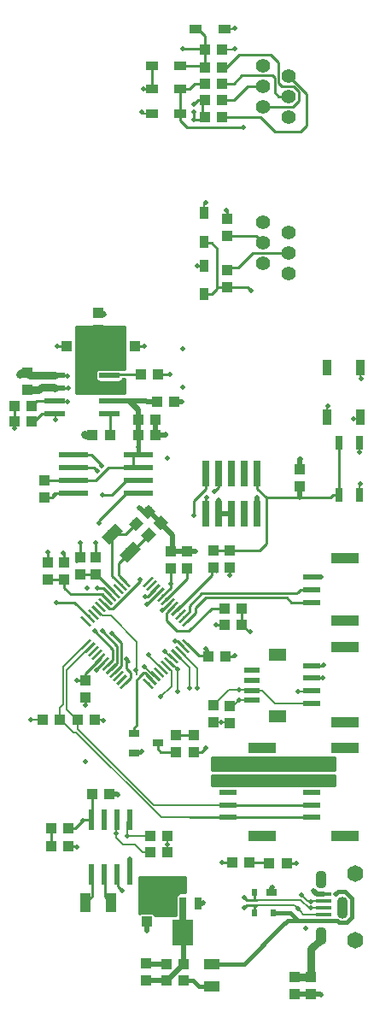
<source format=gbr>
G04 #@! TF.GenerationSoftware,KiCad,Pcbnew,(5.0.0)*
G04 #@! TF.CreationDate,2018-12-20T12:17:44-05:00*
G04 #@! TF.ProjectId,fk-weather,666B2D776561746865722E6B69636164,0.1*
G04 #@! TF.SameCoordinates,PX791ddc0PY791ddc0*
G04 #@! TF.FileFunction,Copper,L1,Top,Signal*
G04 #@! TF.FilePolarity,Positive*
%FSLAX46Y46*%
G04 Gerber Fmt 4.6, Leading zero omitted, Abs format (unit mm)*
G04 Created by KiCad (PCBNEW (5.0.0)) date 12/20/18 12:17:44*
%MOMM*%
%LPD*%
G01*
G04 APERTURE LIST*
G04 #@! TA.AperFunction,SMDPad,CuDef*
%ADD10R,1.000000X1.100000*%
G04 #@! TD*
G04 #@! TA.AperFunction,SMDPad,CuDef*
%ADD11C,1.000000*%
G04 #@! TD*
G04 #@! TA.AperFunction,Conductor*
%ADD12C,0.100000*%
G04 #@! TD*
G04 #@! TA.AperFunction,SMDPad,CuDef*
%ADD13R,1.100000X1.000000*%
G04 #@! TD*
G04 #@! TA.AperFunction,SMDPad,CuDef*
%ADD14R,0.600000X2.000000*%
G04 #@! TD*
G04 #@! TA.AperFunction,SMDPad,CuDef*
%ADD15R,1.700000X0.600000*%
G04 #@! TD*
G04 #@! TA.AperFunction,SMDPad,CuDef*
%ADD16R,2.800000X1.000000*%
G04 #@! TD*
G04 #@! TA.AperFunction,SMDPad,CuDef*
%ADD17R,1.550000X0.600000*%
G04 #@! TD*
G04 #@! TA.AperFunction,SMDPad,CuDef*
%ADD18R,1.800000X1.200000*%
G04 #@! TD*
G04 #@! TA.AperFunction,SMDPad,CuDef*
%ADD19R,2.000000X0.600000*%
G04 #@! TD*
G04 #@! TA.AperFunction,ComponentPad*
%ADD20O,1.600000X1.651000*%
G04 #@! TD*
G04 #@! TA.AperFunction,SMDPad,CuDef*
%ADD21R,1.500000X0.450000*%
G04 #@! TD*
G04 #@! TA.AperFunction,ComponentPad*
%ADD22O,1.100000X1.800000*%
G04 #@! TD*
G04 #@! TA.AperFunction,ComponentPad*
%ADD23O,1.100000X2.200000*%
G04 #@! TD*
G04 #@! TA.AperFunction,SMDPad,CuDef*
%ADD24R,0.750000X2.500000*%
G04 #@! TD*
G04 #@! TA.AperFunction,SMDPad,CuDef*
%ADD25R,1.000000X0.700000*%
G04 #@! TD*
G04 #@! TA.AperFunction,SMDPad,CuDef*
%ADD26R,0.600000X0.700000*%
G04 #@! TD*
G04 #@! TA.AperFunction,SMDPad,CuDef*
%ADD27R,1.500000X1.000000*%
G04 #@! TD*
G04 #@! TA.AperFunction,SMDPad,CuDef*
%ADD28R,1.050000X0.650000*%
G04 #@! TD*
G04 #@! TA.AperFunction,SMDPad,CuDef*
%ADD29C,0.250000*%
G04 #@! TD*
G04 #@! TA.AperFunction,SMDPad,CuDef*
%ADD30R,0.800000X1.200000*%
G04 #@! TD*
G04 #@! TA.AperFunction,SMDPad,CuDef*
%ADD31R,0.800000X2.200000*%
G04 #@! TD*
G04 #@! TA.AperFunction,SMDPad,CuDef*
%ADD32R,2.000000X2.500000*%
G04 #@! TD*
G04 #@! TA.AperFunction,SMDPad,CuDef*
%ADD33C,1.100000*%
G04 #@! TD*
G04 #@! TA.AperFunction,SMDPad,CuDef*
%ADD34R,0.700000X1.450000*%
G04 #@! TD*
G04 #@! TA.AperFunction,SMDPad,CuDef*
%ADD35R,0.900000X1.500000*%
G04 #@! TD*
G04 #@! TA.AperFunction,SMDPad,CuDef*
%ADD36R,1.100000X1.900000*%
G04 #@! TD*
G04 #@! TA.AperFunction,SMDPad,CuDef*
%ADD37R,1.300000X0.950000*%
G04 #@! TD*
G04 #@! TA.AperFunction,SMDPad,CuDef*
%ADD38R,0.950000X1.300000*%
G04 #@! TD*
G04 #@! TA.AperFunction,SMDPad,CuDef*
%ADD39R,3.000000X0.600000*%
G04 #@! TD*
G04 #@! TA.AperFunction,ComponentPad*
%ADD40C,1.400000*%
G04 #@! TD*
G04 #@! TA.AperFunction,ViaPad*
%ADD41C,0.500000*%
G04 #@! TD*
G04 #@! TA.AperFunction,Conductor*
%ADD42C,0.254000*%
G04 #@! TD*
G04 #@! TA.AperFunction,Conductor*
%ADD43C,0.508000*%
G04 #@! TD*
G04 #@! TA.AperFunction,Conductor*
%ADD44C,0.203200*%
G04 #@! TD*
G04 #@! TA.AperFunction,Conductor*
%ADD45C,0.762000*%
G04 #@! TD*
G04 #@! TA.AperFunction,Conductor*
%ADD46C,0.381000*%
G04 #@! TD*
G04 #@! TA.AperFunction,Conductor*
%ADD47C,0.253000*%
G04 #@! TD*
G04 APERTURE END LIST*
D10*
G04 #@! TO.P,C22,1*
G04 #@! TO.N,/RST*
X-12293600Y-21754200D03*
G04 #@! TO.P,C22,2*
G04 #@! TO.N,GND*
X-12293600Y-20054200D03*
G04 #@! TD*
D11*
G04 #@! TO.P,C2,1*
G04 #@! TO.N,GND*
X-26068959Y-25383159D03*
D12*
G04 #@! TD*
G04 #@! TO.N,GND*
G04 #@! TO.C,C2*
G36*
X-26033604Y-24640697D02*
X-25326497Y-25347804D01*
X-26104314Y-26125621D01*
X-26811421Y-25418514D01*
X-26033604Y-24640697D01*
X-26033604Y-24640697D01*
G37*
D11*
G04 #@! TO.P,C2,2*
G04 #@! TO.N,Net-(C2-Pad2)*
X-27271041Y-26585241D03*
D12*
G04 #@! TD*
G04 #@! TO.N,Net-(C2-Pad2)*
G04 #@! TO.C,C2*
G36*
X-27235686Y-25842779D02*
X-26528579Y-26549886D01*
X-27306396Y-27327703D01*
X-28013503Y-26620596D01*
X-27235686Y-25842779D01*
X-27235686Y-25842779D01*
G37*
D13*
G04 #@! TO.P,R19,2*
G04 #@! TO.N,3V3*
X-25388200Y-56413400D03*
G04 #@! TO.P,R19,1*
G04 #@! TO.N,/SDA1*
X-27088200Y-56413400D03*
G04 #@! TD*
G04 #@! TO.P,R20,1*
G04 #@! TO.N,/SCL1*
X-27088200Y-57988200D03*
G04 #@! TO.P,R20,2*
G04 #@! TO.N,3V3*
X-25388200Y-57988200D03*
G04 #@! TD*
G04 #@! TO.P,R18,2*
G04 #@! TO.N,3V3*
X-32576400Y-44907200D03*
G04 #@! TO.P,R18,1*
G04 #@! TO.N,/SCL2*
X-34276400Y-44907200D03*
G04 #@! TD*
G04 #@! TO.P,R16,1*
G04 #@! TO.N,/SDA2*
X-36056200Y-44856400D03*
G04 #@! TO.P,R16,2*
G04 #@! TO.N,3V3*
X-37756200Y-44856400D03*
G04 #@! TD*
D14*
G04 #@! TO.P,U6,8*
G04 #@! TO.N,3V3*
X-32943800Y-54805600D03*
G04 #@! TO.P,U6,7*
G04 #@! TO.N,Net-(U6-Pad7)*
X-31673800Y-54805600D03*
G04 #@! TO.P,U6,6*
G04 #@! TO.N,/SCL1*
X-30403800Y-54805600D03*
G04 #@! TO.P,U6,5*
G04 #@! TO.N,/SDA1*
X-29133800Y-54805600D03*
G04 #@! TO.P,U6,4*
G04 #@! TO.N,GND*
X-29133800Y-60205600D03*
G04 #@! TO.P,U6,3*
G04 #@! TO.N,Net-(BT1-Pad1)*
X-30403800Y-60205600D03*
G04 #@! TO.P,U6,2*
G04 #@! TO.N,Net-(U6-Pad2)*
X-31673800Y-60205600D03*
G04 #@! TO.P,U6,1*
G04 #@! TO.N,Net-(U6-Pad1)*
X-32943800Y-60205600D03*
G04 #@! TD*
D15*
G04 #@! TO.P,J4,1*
G04 #@! TO.N,3V3*
X-11094000Y-39527000D03*
G04 #@! TO.P,J4,2*
G04 #@! TO.N,GND*
X-11094000Y-40777000D03*
G04 #@! TO.P,J4,3*
G04 #@! TO.N,/SCL1*
X-11094000Y-42027000D03*
G04 #@! TO.P,J4,4*
G04 #@! TO.N,/SDA1*
X-11094000Y-43277000D03*
D16*
G04 #@! TO.P,J4,*
G04 #@! TO.N,*
X-7744000Y-37677000D03*
X-7744000Y-45127000D03*
G04 #@! TD*
D10*
G04 #@! TO.P,C16,1*
G04 #@! TO.N,3V3*
X-39268400Y-12241000D03*
G04 #@! TO.P,C16,2*
G04 #@! TO.N,GND*
X-39268400Y-10541000D03*
G04 #@! TD*
D17*
G04 #@! TO.P,J8,1*
G04 #@! TO.N,GND*
X-16996800Y-39978200D03*
G04 #@! TO.P,J8,2*
G04 #@! TO.N,3V3*
X-16996800Y-40978200D03*
G04 #@! TO.P,J8,3*
G04 #@! TO.N,/SDA1*
X-16996800Y-41978200D03*
G04 #@! TO.P,J8,4*
G04 #@! TO.N,/SCL1*
X-16996800Y-42978200D03*
D18*
G04 #@! TO.P,J8,*
G04 #@! TO.N,*
X-14471800Y-44528200D03*
X-14471800Y-38428200D03*
G04 #@! TD*
D13*
G04 #@! TO.P,C21,2*
G04 #@! TO.N,GND*
X-26582000Y-16662400D03*
G04 #@! TO.P,C21,1*
G04 #@! TO.N,/PERIPH_3V3*
X-28282000Y-16662400D03*
G04 #@! TD*
G04 #@! TO.P,C20,1*
G04 #@! TO.N,/PERIPH_3V3*
X-28256600Y-15138400D03*
G04 #@! TO.P,C20,2*
G04 #@! TO.N,GND*
X-26556600Y-15138400D03*
G04 #@! TD*
G04 #@! TO.P,D1,2*
G04 #@! TO.N,3V3*
X-18960200Y-59029600D03*
G04 #@! TO.P,D1,1*
G04 #@! TO.N,Net-(D1-Pad1)*
X-17260200Y-59029600D03*
G04 #@! TD*
G04 #@! TO.P,R14,2*
G04 #@! TO.N,GND*
X-24702400Y-13360400D03*
G04 #@! TO.P,R14,1*
G04 #@! TO.N,/PERIPH_3V3*
X-26402400Y-13360400D03*
G04 #@! TD*
G04 #@! TO.P,R13,1*
G04 #@! TO.N,/D8_PERIPH_EN*
X-38850200Y-15316200D03*
G04 #@! TO.P,R13,2*
G04 #@! TO.N,GND*
X-40550200Y-15316200D03*
G04 #@! TD*
D10*
G04 #@! TO.P,R15,2*
G04 #@! TO.N,GND*
X-32207200Y-4611000D03*
G04 #@! TO.P,R15,1*
G04 #@! TO.N,/WEATHER_3V3*
X-32207200Y-6311000D03*
G04 #@! TD*
D13*
G04 #@! TO.P,R12,1*
G04 #@! TO.N,Net-(R12-Pad1)*
X-31103200Y-16662400D03*
G04 #@! TO.P,R12,2*
G04 #@! TO.N,3V3*
X-32803200Y-16662400D03*
G04 #@! TD*
D19*
G04 #@! TO.P,U3,8*
G04 #@! TO.N,Net-(R5-Pad1)*
X-31158200Y-10769600D03*
G04 #@! TO.P,U3,7*
G04 #@! TO.N,/WEATHER_3V3*
X-31158200Y-12039600D03*
G04 #@! TO.P,U3,6*
G04 #@! TO.N,/PERIPH_3V3*
X-31158200Y-13309600D03*
G04 #@! TO.P,U3,5*
G04 #@! TO.N,Net-(R12-Pad1)*
X-31158200Y-14579600D03*
G04 #@! TO.P,U3,4*
G04 #@! TO.N,/D8_PERIPH_EN*
X-36558200Y-14579600D03*
G04 #@! TO.P,U3,3*
G04 #@! TO.N,/D7_WEATHER_EN*
X-36558200Y-13309600D03*
G04 #@! TO.P,U3,2*
G04 #@! TO.N,3V3*
X-36558200Y-12039600D03*
G04 #@! TO.P,U3,1*
G04 #@! TO.N,GND*
X-36558200Y-10769600D03*
G04 #@! TD*
D20*
G04 #@! TO.P,J5,*
G04 #@! TO.N,*
X-6777800Y-66688000D03*
X-6777800Y-60088000D03*
G04 #@! TD*
D21*
G04 #@! TO.P,J1,1*
G04 #@! TO.N,VUSB*
X-9910000Y-64800000D03*
D22*
G04 #@! TO.P,J1,6*
G04 #@! TO.N,Net-(C10-Pad1)*
X-10160000Y-66300000D03*
G04 #@! TO.P,J1,7*
G04 #@! TO.N,Net-(J1-Pad7)*
X-10160000Y-60700000D03*
D21*
G04 #@! TO.P,J1,3*
G04 #@! TO.N,/USB+*
X-9910000Y-63500000D03*
G04 #@! TO.P,J1,2*
G04 #@! TO.N,/USB-*
X-9910000Y-64150000D03*
G04 #@! TO.P,J1,4*
G04 #@! TO.N,Net-(J1-Pad4)*
X-9910000Y-62850000D03*
G04 #@! TO.P,J1,5*
G04 #@! TO.N,GND*
X-9910000Y-62200000D03*
D23*
G04 #@! TO.P,J1,8*
G04 #@! TO.N,Net-(J1-Pad8)*
X-8010000Y-63500000D03*
G04 #@! TD*
D24*
G04 #@! TO.P,J6,1*
G04 #@! TO.N,3V3*
X-21564600Y-24507800D03*
G04 #@! TO.P,J6,2*
G04 #@! TO.N,/SWDIO*
X-21564600Y-20507800D03*
G04 #@! TO.P,J6,3*
G04 #@! TO.N,GND*
X-20294600Y-24507800D03*
G04 #@! TO.P,J6,4*
G04 #@! TO.N,/SWCLK*
X-20294600Y-20507800D03*
G04 #@! TO.P,J6,5*
G04 #@! TO.N,GND*
X-19024600Y-24507800D03*
G04 #@! TO.P,J6,6*
G04 #@! TO.N,Net-(J6-Pad6)*
X-19024600Y-20507800D03*
G04 #@! TO.P,J6,7*
G04 #@! TO.N,Net-(J6-Pad7)*
X-17754600Y-24507800D03*
G04 #@! TO.P,J6,8*
G04 #@! TO.N,Net-(J6-Pad8)*
X-17754600Y-20507800D03*
G04 #@! TO.P,J6,9*
G04 #@! TO.N,GND*
X-16484600Y-24507800D03*
G04 #@! TO.P,J6,10*
G04 #@! TO.N,/RST*
X-16484600Y-20507800D03*
G04 #@! TD*
D15*
G04 #@! TO.P,J2,1*
G04 #@! TO.N,3V3*
X-11094000Y-49570000D03*
G04 #@! TO.P,J2,2*
G04 #@! TO.N,GND*
X-11094000Y-50820000D03*
G04 #@! TO.P,J2,3*
G04 #@! TO.N,Net-(J2-Pad3)*
X-11094000Y-52070000D03*
G04 #@! TO.P,J2,4*
G04 #@! TO.N,/SCL2*
X-11094000Y-53320000D03*
G04 #@! TO.P,J2,5*
G04 #@! TO.N,/SDA2*
X-11094000Y-54570000D03*
D16*
G04 #@! TO.P,J2,*
G04 #@! TO.N,*
X-7744000Y-47720000D03*
X-7744000Y-56420000D03*
G04 #@! TD*
D11*
G04 #@! TO.P,C1,1*
G04 #@! TO.N,GND*
X-27288159Y-24265559D03*
D12*
G04 #@! TD*
G04 #@! TO.N,GND*
G04 #@! TO.C,C1*
G36*
X-27252804Y-23523097D02*
X-26545697Y-24230204D01*
X-27323514Y-25008021D01*
X-28030621Y-24300914D01*
X-27252804Y-23523097D01*
X-27252804Y-23523097D01*
G37*
D11*
G04 #@! TO.P,C1,2*
G04 #@! TO.N,Net-(C1-Pad2)*
X-28490241Y-25467641D03*
D12*
G04 #@! TD*
G04 #@! TO.N,Net-(C1-Pad2)*
G04 #@! TO.C,C1*
G36*
X-28454886Y-24725179D02*
X-27747779Y-25432286D01*
X-28525596Y-26210103D01*
X-29232703Y-25502996D01*
X-28454886Y-24725179D01*
X-28454886Y-24725179D01*
G37*
D10*
G04 #@! TO.P,C3,1*
G04 #@! TO.N,3V3*
X-25082500Y-29869500D03*
G04 #@! TO.P,C3,2*
G04 #@! TO.N,GND*
X-25082500Y-28169500D03*
G04 #@! TD*
G04 #@! TO.P,C4,1*
G04 #@! TO.N,Net-(C4-Pad1)*
X-35648900Y-31002300D03*
G04 #@! TO.P,C4,2*
G04 #@! TO.N,GND*
X-35648900Y-29302300D03*
G04 #@! TD*
G04 #@! TO.P,C5,1*
G04 #@! TO.N,Net-(C5-Pad1)*
X-23469600Y-29882200D03*
G04 #@! TO.P,C5,2*
G04 #@! TO.N,GND*
X-23469600Y-28182200D03*
G04 #@! TD*
G04 #@! TO.P,C6,1*
G04 #@! TO.N,Net-(C14-Pad1)*
X-32486600Y-30491800D03*
G04 #@! TO.P,C6,2*
G04 #@! TO.N,GND*
X-32486600Y-28791800D03*
G04 #@! TD*
D13*
G04 #@! TO.P,C7,1*
G04 #@! TO.N,3V3*
X-21347800Y-38633400D03*
G04 #@! TO.P,C7,2*
G04 #@! TO.N,GND*
X-19647800Y-38633400D03*
G04 #@! TD*
D10*
G04 #@! TO.P,C8,1*
G04 #@! TO.N,3V3*
X-33528000Y-40972000D03*
G04 #@! TO.P,C8,2*
G04 #@! TO.N,GND*
X-33528000Y-42672000D03*
G04 #@! TD*
G04 #@! TO.P,C9,1*
G04 #@! TO.N,5V0*
X-27474992Y-70730862D03*
G04 #@! TO.P,C9,2*
G04 #@! TO.N,GND*
X-27474992Y-69030862D03*
G04 #@! TD*
G04 #@! TO.P,C10,1*
G04 #@! TO.N,Net-(C10-Pad1)*
X-12763500Y-70358000D03*
G04 #@! TO.P,C10,2*
G04 #@! TO.N,GND*
X-12763500Y-72058000D03*
G04 #@! TD*
D13*
G04 #@! TO.P,C11,1*
G04 #@! TO.N,5V0*
X-23780192Y-69093462D03*
G04 #@! TO.P,C11,2*
G04 #@! TO.N,GND*
X-25480192Y-69093462D03*
G04 #@! TD*
D10*
G04 #@! TO.P,C12,1*
G04 #@! TO.N,3V3*
X-27441485Y-63193861D03*
G04 #@! TO.P,C12,2*
G04 #@! TO.N,GND*
X-27441485Y-64893861D03*
G04 #@! TD*
D13*
G04 #@! TO.P,C13,1*
G04 #@! TO.N,/WEATHER_3V3*
X-33694000Y-7874000D03*
G04 #@! TO.P,C13,2*
G04 #@! TO.N,GND*
X-35394000Y-7874000D03*
G04 #@! TD*
D10*
G04 #@! TO.P,C14,1*
G04 #@! TO.N,Net-(C14-Pad1)*
X-34061400Y-30491800D03*
G04 #@! TO.P,C14,2*
G04 #@! TO.N,GND*
X-34061400Y-28791800D03*
G04 #@! TD*
D13*
G04 #@! TO.P,C15,1*
G04 #@! TO.N,/WEATHER_3V3*
X-30314000Y-7874000D03*
G04 #@! TO.P,C15,2*
G04 #@! TO.N,GND*
X-28614000Y-7874000D03*
G04 #@! TD*
D10*
G04 #@! TO.P,C18,1*
G04 #@! TO.N,/PERIPH_3V3*
X-37553900Y-21184500D03*
G04 #@! TO.P,C18,2*
G04 #@! TO.N,GND*
X-37553900Y-22884500D03*
G04 #@! TD*
D25*
G04 #@! TO.P,D4,1*
G04 #@! TO.N,GND*
X-15064000Y-62008000D03*
D26*
G04 #@! TO.P,D4,2*
G04 #@! TO.N,/USB+*
X-16764000Y-62008000D03*
G04 #@! TO.P,D4,3*
G04 #@! TO.N,/USB-*
X-16764000Y-64008000D03*
G04 #@! TO.P,D4,4*
G04 #@! TO.N,VUSB*
X-14864000Y-64008000D03*
G04 #@! TD*
D10*
G04 #@! TO.P,D5,2*
G04 #@! TO.N,3V3*
X-22779984Y-48094000D03*
G04 #@! TO.P,D5,1*
G04 #@! TO.N,Net-(D5-Pad1)*
X-22779984Y-46394000D03*
G04 #@! TD*
D27*
G04 #@! TO.P,F1,1*
G04 #@! TO.N,Net-(F1-Pad1)*
X-20972592Y-71298362D03*
G04 #@! TO.P,F1,2*
G04 #@! TO.N,VUSB*
X-20972592Y-69098362D03*
G04 #@! TD*
D13*
G04 #@! TO.P,L1,1*
G04 #@! TO.N,5V0*
X-25480192Y-70739917D03*
G04 #@! TO.P,L1,2*
G04 #@! TO.N,Net-(F1-Pad1)*
X-23780192Y-70739917D03*
G04 #@! TD*
D10*
G04 #@! TO.P,L2,1*
G04 #@! TO.N,Net-(C4-Pad1)*
X-37249100Y-31000700D03*
G04 #@! TO.P,L2,2*
G04 #@! TO.N,3V3*
X-37249100Y-29300700D03*
G04 #@! TD*
D28*
G04 #@! TO.P,Q4,1*
G04 #@! TO.N,/D13*
X-28659730Y-46260880D03*
G04 #@! TO.P,Q4,2*
G04 #@! TO.N,GND*
X-28659730Y-48160880D03*
G04 #@! TO.P,Q4,3*
G04 #@! TO.N,Net-(Q4-Pad3)*
X-26359730Y-47210880D03*
G04 #@! TD*
D10*
G04 #@! TO.P,R2,1*
G04 #@! TO.N,/RESET*
X-20802600Y-29793300D03*
G04 #@! TO.P,R2,2*
G04 #@! TO.N,/RST*
X-20802600Y-28093300D03*
G04 #@! TD*
G04 #@! TO.P,R4,1*
G04 #@! TO.N,3V3*
X-19215100Y-29793300D03*
G04 #@! TO.P,R4,2*
G04 #@! TO.N,/RST*
X-19215100Y-28093300D03*
G04 #@! TD*
G04 #@! TO.P,R6,1*
G04 #@! TO.N,/SDA1*
X-20828000Y-43473000D03*
G04 #@! TO.P,R6,2*
G04 #@! TO.N,3V3*
X-20828000Y-45173000D03*
G04 #@! TD*
G04 #@! TO.P,R7,1*
G04 #@! TO.N,/SCL1*
X-19202400Y-43498400D03*
G04 #@! TO.P,R7,2*
G04 #@! TO.N,3V3*
X-19202400Y-45198400D03*
G04 #@! TD*
D13*
G04 #@! TO.P,R8,1*
G04 #@! TO.N,3V3*
X-19722200Y-35458400D03*
G04 #@! TO.P,R8,2*
G04 #@! TO.N,Net-(J1-Pad4)*
X-18022200Y-35458400D03*
G04 #@! TD*
G04 #@! TO.P,R9,1*
G04 #@! TO.N,Net-(J1-Pad4)*
X-18022200Y-33883600D03*
G04 #@! TO.P,R9,2*
G04 #@! TO.N,/USB_ID*
X-19722200Y-33883600D03*
G04 #@! TD*
D10*
G04 #@! TO.P,R10,1*
G04 #@! TO.N,Net-(C10-Pad1)*
X-11125200Y-70360400D03*
G04 #@! TO.P,R10,2*
G04 #@! TO.N,GND*
X-11125200Y-72060400D03*
G04 #@! TD*
D13*
G04 #@! TO.P,R11,1*
G04 #@! TO.N,/D7_WEATHER_EN*
X-38850200Y-13817600D03*
G04 #@! TO.P,R11,2*
G04 #@! TO.N,GND*
X-40550200Y-13817600D03*
G04 #@! TD*
D10*
G04 #@! TO.P,R17,1*
G04 #@! TO.N,Net-(D5-Pad1)*
X-24511000Y-46394000D03*
G04 #@! TO.P,R17,2*
G04 #@! TO.N,Net-(Q4-Pad3)*
X-24511000Y-48094000D03*
G04 #@! TD*
D13*
G04 #@! TO.P,R22,1*
G04 #@! TO.N,Net-(J11-Pad2)*
X-19929772Y14821332D03*
G04 #@! TO.P,R22,2*
G04 #@! TO.N,GND*
X-21629772Y14821332D03*
G04 #@! TD*
D10*
G04 #@! TO.P,R23,1*
G04 #@! TO.N,Net-(J10-Pad3)*
X-19458972Y3049332D03*
G04 #@! TO.P,R23,2*
G04 #@! TO.N,GND*
X-19458972Y4749332D03*
G04 #@! TD*
D13*
G04 #@! TO.P,R30,1*
G04 #@! TO.N,Net-(J11-Pad5)*
X-19929772Y19748932D03*
G04 #@! TO.P,R30,2*
G04 #@! TO.N,/A1_WIND_DIR*
X-21629772Y19748932D03*
G04 #@! TD*
G04 #@! TO.P,R31,1*
G04 #@! TO.N,Net-(J11-Pad3)*
X-19929772Y16497732D03*
G04 #@! TO.P,R31,2*
G04 #@! TO.N,GND*
X-21629772Y16497732D03*
G04 #@! TD*
D10*
G04 #@! TO.P,R32,1*
G04 #@! TO.N,Net-(J10-Pad4)*
X-19458972Y-330668D03*
G04 #@! TO.P,R32,2*
G04 #@! TO.N,/D6_RAIN*
X-19458972Y-2030668D03*
G04 #@! TD*
D13*
G04 #@! TO.P,R33,1*
G04 #@! TO.N,Net-(J11-Pad4)*
X-19929772Y18123332D03*
G04 #@! TO.P,R33,2*
G04 #@! TO.N,/D10_WIND_SPEED*
X-21629772Y18123332D03*
G04 #@! TD*
G04 #@! TO.P,R34,1*
G04 #@! TO.N,/WEATHER_3V3*
X-19929772Y21476132D03*
G04 #@! TO.P,R34,2*
G04 #@! TO.N,/A1_WIND_DIR*
X-21629772Y21476132D03*
G04 #@! TD*
D29*
G04 #@! TO.P,U1,1*
G04 #@! TO.N,Net-(C2-Pad2)*
X-29553971Y-31225342D03*
D12*
G04 #@! TD*
G04 #@! TO.N,Net-(C2-Pad2)*
G04 #@! TO.C,U1*
G36*
X-30101979Y-30854111D02*
X-29925202Y-30677334D01*
X-29005963Y-31596573D01*
X-29182740Y-31773350D01*
X-30101979Y-30854111D01*
X-30101979Y-30854111D01*
G37*
D29*
G04 #@! TO.P,U1,2*
G04 #@! TO.N,Net-(C1-Pad2)*
X-29907524Y-31578895D03*
D12*
G04 #@! TD*
G04 #@! TO.N,Net-(C1-Pad2)*
G04 #@! TO.C,U1*
G36*
X-30455532Y-31207664D02*
X-30278755Y-31030887D01*
X-29359516Y-31950126D01*
X-29536293Y-32126903D01*
X-30455532Y-31207664D01*
X-30455532Y-31207664D01*
G37*
D29*
G04 #@! TO.P,U1,3*
G04 #@! TO.N,/A0*
X-30261078Y-31932449D03*
D12*
G04 #@! TD*
G04 #@! TO.N,/A0*
G04 #@! TO.C,U1*
G36*
X-30809086Y-31561218D02*
X-30632309Y-31384441D01*
X-29713070Y-32303680D01*
X-29889847Y-32480457D01*
X-30809086Y-31561218D01*
X-30809086Y-31561218D01*
G37*
D29*
G04 #@! TO.P,U1,4*
G04 #@! TO.N,Net-(C14-Pad1)*
X-30614631Y-32286002D03*
D12*
G04 #@! TD*
G04 #@! TO.N,Net-(C14-Pad1)*
G04 #@! TO.C,U1*
G36*
X-31162639Y-31914771D02*
X-30985862Y-31737994D01*
X-30066623Y-32657233D01*
X-30243400Y-32834010D01*
X-31162639Y-31914771D01*
X-31162639Y-31914771D01*
G37*
D29*
G04 #@! TO.P,U1,5*
G04 #@! TO.N,GND*
X-30968184Y-32639555D03*
D12*
G04 #@! TD*
G04 #@! TO.N,GND*
G04 #@! TO.C,U1*
G36*
X-31516192Y-32268324D02*
X-31339415Y-32091547D01*
X-30420176Y-33010786D01*
X-30596953Y-33187563D01*
X-31516192Y-32268324D01*
X-31516192Y-32268324D01*
G37*
D29*
G04 #@! TO.P,U1,6*
G04 #@! TO.N,Net-(C4-Pad1)*
X-31321738Y-32993109D03*
D12*
G04 #@! TD*
G04 #@! TO.N,Net-(C4-Pad1)*
G04 #@! TO.C,U1*
G36*
X-31869746Y-32621878D02*
X-31692969Y-32445101D01*
X-30773730Y-33364340D01*
X-30950507Y-33541117D01*
X-31869746Y-32621878D01*
X-31869746Y-32621878D01*
G37*
D29*
G04 #@! TO.P,U1,7*
G04 #@! TO.N,/A1_WIND_DIR*
X-31675291Y-33346662D03*
D12*
G04 #@! TD*
G04 #@! TO.N,/A1_WIND_DIR*
G04 #@! TO.C,U1*
G36*
X-32223299Y-32975431D02*
X-32046522Y-32798654D01*
X-31127283Y-33717893D01*
X-31304060Y-33894670D01*
X-32223299Y-32975431D01*
X-32223299Y-32975431D01*
G37*
D29*
G04 #@! TO.P,U1,8*
G04 #@! TO.N,Net-(U1-Pad8)*
X-32028845Y-33700216D03*
D12*
G04 #@! TD*
G04 #@! TO.N,Net-(U1-Pad8)*
G04 #@! TO.C,U1*
G36*
X-32576853Y-33328985D02*
X-32400076Y-33152208D01*
X-31480837Y-34071447D01*
X-31657614Y-34248224D01*
X-32576853Y-33328985D01*
X-32576853Y-33328985D01*
G37*
D29*
G04 #@! TO.P,U1,9*
G04 #@! TO.N,/A3*
X-32382398Y-34053769D03*
D12*
G04 #@! TD*
G04 #@! TO.N,/A3*
G04 #@! TO.C,U1*
G36*
X-32930406Y-33682538D02*
X-32753629Y-33505761D01*
X-31834390Y-34425000D01*
X-32011167Y-34601777D01*
X-32930406Y-33682538D01*
X-32930406Y-33682538D01*
G37*
D29*
G04 #@! TO.P,U1,10*
G04 #@! TO.N,/A4*
X-32735951Y-34407322D03*
D12*
G04 #@! TD*
G04 #@! TO.N,/A4*
G04 #@! TO.C,U1*
G36*
X-33283959Y-34036091D02*
X-33107182Y-33859314D01*
X-32187943Y-34778553D01*
X-32364720Y-34955330D01*
X-33283959Y-34036091D01*
X-33283959Y-34036091D01*
G37*
D29*
G04 #@! TO.P,U1,11*
G04 #@! TO.N,/D8_PERIPH_EN*
X-33089505Y-34760876D03*
D12*
G04 #@! TD*
G04 #@! TO.N,/D8_PERIPH_EN*
G04 #@! TO.C,U1*
G36*
X-33637513Y-34389645D02*
X-33460736Y-34212868D01*
X-32541497Y-35132107D01*
X-32718274Y-35308884D01*
X-33637513Y-34389645D01*
X-33637513Y-34389645D01*
G37*
D29*
G04 #@! TO.P,U1,12*
G04 #@! TO.N,/D9*
X-33443058Y-35114429D03*
D12*
G04 #@! TD*
G04 #@! TO.N,/D9*
G04 #@! TO.C,U1*
G36*
X-33991066Y-34743198D02*
X-33814289Y-34566421D01*
X-32895050Y-35485660D01*
X-33071827Y-35662437D01*
X-33991066Y-34743198D01*
X-33991066Y-34743198D01*
G37*
D29*
G04 #@! TO.P,U1,13*
G04 #@! TO.N,/SDA2*
X-33443058Y-37377171D03*
D12*
G04 #@! TD*
G04 #@! TO.N,/SDA2*
G04 #@! TO.C,U1*
G36*
X-33814289Y-37925179D02*
X-33991066Y-37748402D01*
X-33071827Y-36829163D01*
X-32895050Y-37005940D01*
X-33814289Y-37925179D01*
X-33814289Y-37925179D01*
G37*
D29*
G04 #@! TO.P,U1,14*
G04 #@! TO.N,/SCL2*
X-33089505Y-37730724D03*
D12*
G04 #@! TD*
G04 #@! TO.N,/SCL2*
G04 #@! TO.C,U1*
G36*
X-33460736Y-38278732D02*
X-33637513Y-38101955D01*
X-32718274Y-37182716D01*
X-32541497Y-37359493D01*
X-33460736Y-38278732D01*
X-33460736Y-38278732D01*
G37*
D29*
G04 #@! TO.P,U1,15*
G04 #@! TO.N,/D1*
X-32735951Y-38084278D03*
D12*
G04 #@! TD*
G04 #@! TO.N,/D1*
G04 #@! TO.C,U1*
G36*
X-33107182Y-38632286D02*
X-33283959Y-38455509D01*
X-32364720Y-37536270D01*
X-32187943Y-37713047D01*
X-33107182Y-38632286D01*
X-33107182Y-38632286D01*
G37*
D29*
G04 #@! TO.P,U1,16*
G04 #@! TO.N,/D0*
X-32382398Y-38437831D03*
D12*
G04 #@! TD*
G04 #@! TO.N,/D0*
G04 #@! TO.C,U1*
G36*
X-32753629Y-38985839D02*
X-32930406Y-38809062D01*
X-32011167Y-37889823D01*
X-31834390Y-38066600D01*
X-32753629Y-38985839D01*
X-32753629Y-38985839D01*
G37*
D29*
G04 #@! TO.P,U1,17*
G04 #@! TO.N,3V3*
X-32028845Y-38791384D03*
D12*
G04 #@! TD*
G04 #@! TO.N,3V3*
G04 #@! TO.C,U1*
G36*
X-32400076Y-39339392D02*
X-32576853Y-39162615D01*
X-31657614Y-38243376D01*
X-31480837Y-38420153D01*
X-32400076Y-39339392D01*
X-32400076Y-39339392D01*
G37*
D29*
G04 #@! TO.P,U1,18*
G04 #@! TO.N,GND*
X-31675291Y-39144938D03*
D12*
G04 #@! TD*
G04 #@! TO.N,GND*
G04 #@! TO.C,U1*
G36*
X-32046522Y-39692946D02*
X-32223299Y-39516169D01*
X-31304060Y-38596930D01*
X-31127283Y-38773707D01*
X-32046522Y-39692946D01*
X-32046522Y-39692946D01*
G37*
D29*
G04 #@! TO.P,U1,19*
G04 #@! TO.N,/MOSI*
X-31321738Y-39498491D03*
D12*
G04 #@! TD*
G04 #@! TO.N,/MOSI*
G04 #@! TO.C,U1*
G36*
X-31692969Y-40046499D02*
X-31869746Y-39869722D01*
X-30950507Y-38950483D01*
X-30773730Y-39127260D01*
X-31692969Y-40046499D01*
X-31692969Y-40046499D01*
G37*
D29*
G04 #@! TO.P,U1,20*
G04 #@! TO.N,/SCK*
X-30968184Y-39852045D03*
D12*
G04 #@! TD*
G04 #@! TO.N,/SCK*
G04 #@! TO.C,U1*
G36*
X-31339415Y-40400053D02*
X-31516192Y-40223276D01*
X-30596953Y-39304037D01*
X-30420176Y-39480814D01*
X-31339415Y-40400053D01*
X-31339415Y-40400053D01*
G37*
D29*
G04 #@! TO.P,U1,21*
G04 #@! TO.N,/MISO*
X-30614631Y-40205598D03*
D12*
G04 #@! TD*
G04 #@! TO.N,/MISO*
G04 #@! TO.C,U1*
G36*
X-30985862Y-40753606D02*
X-31162639Y-40576829D01*
X-30243400Y-39657590D01*
X-30066623Y-39834367D01*
X-30985862Y-40753606D01*
X-30985862Y-40753606D01*
G37*
D29*
G04 #@! TO.P,U1,22*
G04 #@! TO.N,/ATN*
X-30261078Y-40559151D03*
D12*
G04 #@! TD*
G04 #@! TO.N,/ATN*
G04 #@! TO.C,U1*
G36*
X-30632309Y-41107159D02*
X-30809086Y-40930382D01*
X-29889847Y-40011143D01*
X-29713070Y-40187920D01*
X-30632309Y-41107159D01*
X-30632309Y-41107159D01*
G37*
D29*
G04 #@! TO.P,U1,23*
G04 #@! TO.N,/D2*
X-29907524Y-40912705D03*
D12*
G04 #@! TD*
G04 #@! TO.N,/D2*
G04 #@! TO.C,U1*
G36*
X-30278755Y-41460713D02*
X-30455532Y-41283936D01*
X-29536293Y-40364697D01*
X-29359516Y-40541474D01*
X-30278755Y-41460713D01*
X-30278755Y-41460713D01*
G37*
D29*
G04 #@! TO.P,U1,24*
G04 #@! TO.N,/D5_FLASH_CS*
X-29553971Y-41266258D03*
D12*
G04 #@! TD*
G04 #@! TO.N,/D5_FLASH_CS*
G04 #@! TO.C,U1*
G36*
X-29925202Y-41814266D02*
X-30101979Y-41637489D01*
X-29182740Y-40718250D01*
X-29005963Y-40895027D01*
X-29925202Y-41814266D01*
X-29925202Y-41814266D01*
G37*
D29*
G04 #@! TO.P,U1,25*
G04 #@! TO.N,Net-(U1-Pad25)*
X-27291229Y-41266258D03*
D12*
G04 #@! TD*
G04 #@! TO.N,Net-(U1-Pad25)*
G04 #@! TO.C,U1*
G36*
X-27839237Y-40895027D02*
X-27662460Y-40718250D01*
X-26743221Y-41637489D01*
X-26919998Y-41814266D01*
X-27839237Y-40895027D01*
X-27839237Y-40895027D01*
G37*
D29*
G04 #@! TO.P,U1,26*
G04 #@! TO.N,/D13*
X-26937676Y-40912705D03*
D12*
G04 #@! TD*
G04 #@! TO.N,/D13*
G04 #@! TO.C,U1*
G36*
X-27485684Y-40541474D02*
X-27308907Y-40364697D01*
X-26389668Y-41283936D01*
X-26566445Y-41460713D01*
X-27485684Y-40541474D01*
X-27485684Y-40541474D01*
G37*
D29*
G04 #@! TO.P,U1,27*
G04 #@! TO.N,/D10_WIND_SPEED*
X-26584122Y-40559151D03*
D12*
G04 #@! TD*
G04 #@! TO.N,/D10_WIND_SPEED*
G04 #@! TO.C,U1*
G36*
X-27132130Y-40187920D02*
X-26955353Y-40011143D01*
X-26036114Y-40930382D01*
X-26212891Y-41107159D01*
X-27132130Y-40187920D01*
X-27132130Y-40187920D01*
G37*
D29*
G04 #@! TO.P,U1,28*
G04 #@! TO.N,/D12*
X-26230569Y-40205598D03*
D12*
G04 #@! TD*
G04 #@! TO.N,/D12*
G04 #@! TO.C,U1*
G36*
X-26778577Y-39834367D02*
X-26601800Y-39657590D01*
X-25682561Y-40576829D01*
X-25859338Y-40753606D01*
X-26778577Y-39834367D01*
X-26778577Y-39834367D01*
G37*
D29*
G04 #@! TO.P,U1,29*
G04 #@! TO.N,/D6_RAIN*
X-25877016Y-39852045D03*
D12*
G04 #@! TD*
G04 #@! TO.N,/D6_RAIN*
G04 #@! TO.C,U1*
G36*
X-26425024Y-39480814D02*
X-26248247Y-39304037D01*
X-25329008Y-40223276D01*
X-25505785Y-40400053D01*
X-26425024Y-39480814D01*
X-26425024Y-39480814D01*
G37*
D29*
G04 #@! TO.P,U1,30*
G04 #@! TO.N,/D7_WEATHER_EN*
X-25523462Y-39498491D03*
D12*
G04 #@! TD*
G04 #@! TO.N,/D7_WEATHER_EN*
G04 #@! TO.C,U1*
G36*
X-26071470Y-39127260D02*
X-25894693Y-38950483D01*
X-24975454Y-39869722D01*
X-25152231Y-40046499D01*
X-26071470Y-39127260D01*
X-26071470Y-39127260D01*
G37*
D29*
G04 #@! TO.P,U1,31*
G04 #@! TO.N,/SDA1*
X-25169909Y-39144938D03*
D12*
G04 #@! TD*
G04 #@! TO.N,/SDA1*
G04 #@! TO.C,U1*
G36*
X-25717917Y-38773707D02*
X-25541140Y-38596930D01*
X-24621901Y-39516169D01*
X-24798678Y-39692946D01*
X-25717917Y-38773707D01*
X-25717917Y-38773707D01*
G37*
D29*
G04 #@! TO.P,U1,32*
G04 #@! TO.N,/SCL1*
X-24816355Y-38791384D03*
D12*
G04 #@! TD*
G04 #@! TO.N,/SCL1*
G04 #@! TO.C,U1*
G36*
X-25364363Y-38420153D02*
X-25187586Y-38243376D01*
X-24268347Y-39162615D01*
X-24445124Y-39339392D01*
X-25364363Y-38420153D01*
X-25364363Y-38420153D01*
G37*
D29*
G04 #@! TO.P,U1,33*
G04 #@! TO.N,/USB-*
X-24462802Y-38437831D03*
D12*
G04 #@! TD*
G04 #@! TO.N,/USB-*
G04 #@! TO.C,U1*
G36*
X-25010810Y-38066600D02*
X-24834033Y-37889823D01*
X-23914794Y-38809062D01*
X-24091571Y-38985839D01*
X-25010810Y-38066600D01*
X-25010810Y-38066600D01*
G37*
D29*
G04 #@! TO.P,U1,34*
G04 #@! TO.N,/USB+*
X-24109249Y-38084278D03*
D12*
G04 #@! TD*
G04 #@! TO.N,/USB+*
G04 #@! TO.C,U1*
G36*
X-24657257Y-37713047D02*
X-24480480Y-37536270D01*
X-23561241Y-38455509D01*
X-23738018Y-38632286D01*
X-24657257Y-37713047D01*
X-24657257Y-37713047D01*
G37*
D29*
G04 #@! TO.P,U1,35*
G04 #@! TO.N,GND*
X-23755695Y-37730724D03*
D12*
G04 #@! TD*
G04 #@! TO.N,GND*
G04 #@! TO.C,U1*
G36*
X-24303703Y-37359493D02*
X-24126926Y-37182716D01*
X-23207687Y-38101955D01*
X-23384464Y-38278732D01*
X-24303703Y-37359493D01*
X-24303703Y-37359493D01*
G37*
D29*
G04 #@! TO.P,U1,36*
G04 #@! TO.N,3V3*
X-23402142Y-37377171D03*
D12*
G04 #@! TD*
G04 #@! TO.N,3V3*
G04 #@! TO.C,U1*
G36*
X-23950150Y-37005940D02*
X-23773373Y-36829163D01*
X-22854134Y-37748402D01*
X-23030911Y-37925179D01*
X-23950150Y-37005940D01*
X-23950150Y-37005940D01*
G37*
D29*
G04 #@! TO.P,U1,37*
G04 #@! TO.N,/D30*
X-23402142Y-35114429D03*
D12*
G04 #@! TD*
G04 #@! TO.N,/D30*
G04 #@! TO.C,U1*
G36*
X-23773373Y-35662437D02*
X-23950150Y-35485660D01*
X-23030911Y-34566421D01*
X-22854134Y-34743198D01*
X-23773373Y-35662437D01*
X-23773373Y-35662437D01*
G37*
D29*
G04 #@! TO.P,U1,38*
G04 #@! TO.N,/D31*
X-23755695Y-34760876D03*
D12*
G04 #@! TD*
G04 #@! TO.N,/D31*
G04 #@! TO.C,U1*
G36*
X-24126926Y-35308884D02*
X-24303703Y-35132107D01*
X-23384464Y-34212868D01*
X-23207687Y-34389645D01*
X-24126926Y-35308884D01*
X-24126926Y-35308884D01*
G37*
D29*
G04 #@! TO.P,U1,39*
G04 #@! TO.N,/TX_LED*
X-24109249Y-34407322D03*
D12*
G04 #@! TD*
G04 #@! TO.N,/TX_LED*
G04 #@! TO.C,U1*
G36*
X-24480480Y-34955330D02*
X-24657257Y-34778553D01*
X-23738018Y-33859314D01*
X-23561241Y-34036091D01*
X-24480480Y-34955330D01*
X-24480480Y-34955330D01*
G37*
D29*
G04 #@! TO.P,U1,40*
G04 #@! TO.N,/RESET*
X-24462802Y-34053769D03*
D12*
G04 #@! TD*
G04 #@! TO.N,/RESET*
G04 #@! TO.C,U1*
G36*
X-24834033Y-34601777D02*
X-25010810Y-34425000D01*
X-24091571Y-33505761D01*
X-23914794Y-33682538D01*
X-24834033Y-34601777D01*
X-24834033Y-34601777D01*
G37*
D29*
G04 #@! TO.P,U1,41*
G04 #@! TO.N,/USB_ID*
X-24816355Y-33700216D03*
D12*
G04 #@! TD*
G04 #@! TO.N,/USB_ID*
G04 #@! TO.C,U1*
G36*
X-25187586Y-34248224D02*
X-25364363Y-34071447D01*
X-24445124Y-33152208D01*
X-24268347Y-33328985D01*
X-25187586Y-34248224D01*
X-25187586Y-34248224D01*
G37*
D29*
G04 #@! TO.P,U1,42*
G04 #@! TO.N,GND*
X-25169909Y-33346662D03*
D12*
G04 #@! TD*
G04 #@! TO.N,GND*
G04 #@! TO.C,U1*
G36*
X-25541140Y-33894670D02*
X-25717917Y-33717893D01*
X-24798678Y-32798654D01*
X-24621901Y-32975431D01*
X-25541140Y-33894670D01*
X-25541140Y-33894670D01*
G37*
D29*
G04 #@! TO.P,U1,43*
G04 #@! TO.N,Net-(C5-Pad1)*
X-25523462Y-32993109D03*
D12*
G04 #@! TD*
G04 #@! TO.N,Net-(C5-Pad1)*
G04 #@! TO.C,U1*
G36*
X-25894693Y-33541117D02*
X-26071470Y-33364340D01*
X-25152231Y-32445101D01*
X-24975454Y-32621878D01*
X-25894693Y-33541117D01*
X-25894693Y-33541117D01*
G37*
D29*
G04 #@! TO.P,U1,44*
G04 #@! TO.N,3V3*
X-25877016Y-32639555D03*
D12*
G04 #@! TD*
G04 #@! TO.N,3V3*
G04 #@! TO.C,U1*
G36*
X-26248247Y-33187563D02*
X-26425024Y-33010786D01*
X-25505785Y-32091547D01*
X-25329008Y-32268324D01*
X-26248247Y-33187563D01*
X-26248247Y-33187563D01*
G37*
D29*
G04 #@! TO.P,U1,45*
G04 #@! TO.N,/SWCLK*
X-26230569Y-32286002D03*
D12*
G04 #@! TD*
G04 #@! TO.N,/SWCLK*
G04 #@! TO.C,U1*
G36*
X-26601800Y-32834010D02*
X-26778577Y-32657233D01*
X-25859338Y-31737994D01*
X-25682561Y-31914771D01*
X-26601800Y-32834010D01*
X-26601800Y-32834010D01*
G37*
D29*
G04 #@! TO.P,U1,46*
G04 #@! TO.N,/SWDIO*
X-26584122Y-31932449D03*
D12*
G04 #@! TD*
G04 #@! TO.N,/SWDIO*
G04 #@! TO.C,U1*
G36*
X-26955353Y-32480457D02*
X-27132130Y-32303680D01*
X-26212891Y-31384441D01*
X-26036114Y-31561218D01*
X-26955353Y-32480457D01*
X-26955353Y-32480457D01*
G37*
D29*
G04 #@! TO.P,U1,47*
G04 #@! TO.N,/A5*
X-26937676Y-31578895D03*
D12*
G04 #@! TD*
G04 #@! TO.N,/A5*
G04 #@! TO.C,U1*
G36*
X-27308907Y-32126903D02*
X-27485684Y-31950126D01*
X-26566445Y-31030887D01*
X-26389668Y-31207664D01*
X-27308907Y-32126903D01*
X-27308907Y-32126903D01*
G37*
D29*
G04 #@! TO.P,U1,48*
G04 #@! TO.N,/RX_LED*
X-27291229Y-31225342D03*
D12*
G04 #@! TD*
G04 #@! TO.N,/RX_LED*
G04 #@! TO.C,U1*
G36*
X-27662460Y-31773350D02*
X-27839237Y-31596573D01*
X-26919998Y-30677334D01*
X-26743221Y-30854111D01*
X-27662460Y-31773350D01*
X-27662460Y-31773350D01*
G37*
D30*
G04 #@! TO.P,U2,1*
G04 #@! TO.N,GND*
X-22336085Y-63078661D03*
D31*
G04 #@! TO.P,U2,2*
G04 #@! TO.N,5V0*
X-23836085Y-63578661D03*
D30*
G04 #@! TO.P,U2,3*
G04 #@! TO.N,3V3*
X-25336085Y-63078661D03*
D32*
G04 #@! TO.P,U2,2*
G04 #@! TO.N,5V0*
X-23836085Y-65928661D03*
G04 #@! TD*
D33*
G04 #@! TO.P,Y1,1*
G04 #@! TO.N,Net-(C1-Pad2)*
X-30855883Y-26497317D03*
D12*
G04 #@! TD*
G04 #@! TO.N,Net-(C1-Pad2)*
G04 #@! TO.C,Y1*
G36*
X-31916543Y-26780160D02*
X-30573040Y-25436657D01*
X-29795223Y-26214474D01*
X-31138726Y-27557977D01*
X-31916543Y-26780160D01*
X-31916543Y-26780160D01*
G37*
D33*
G04 #@! TO.P,Y1,2*
G04 #@! TO.N,Net-(C2-Pad2)*
X-29088117Y-28265083D03*
D12*
G04 #@! TD*
G04 #@! TO.N,Net-(C2-Pad2)*
G04 #@! TO.C,Y1*
G36*
X-30148777Y-28547926D02*
X-28805274Y-27204423D01*
X-28027457Y-27982240D01*
X-29370960Y-29325743D01*
X-30148777Y-28547926D01*
X-30148777Y-28547926D01*
G37*
D34*
G04 #@! TO.P,SW1,1*
G04 #@! TO.N,GND*
X-6366000Y-22646000D03*
X-6366000Y-17486000D03*
G04 #@! TO.P,SW1,2*
G04 #@! TO.N,/RST*
X-8366000Y-17486000D03*
X-8366000Y-22646000D03*
G04 #@! TD*
D15*
G04 #@! TO.P,J3,1*
G04 #@! TO.N,GND*
X-11094000Y-30754000D03*
G04 #@! TO.P,J3,2*
G04 #@! TO.N,/D31*
X-11094000Y-32004000D03*
G04 #@! TO.P,J3,3*
G04 #@! TO.N,/D30*
X-11094000Y-33254000D03*
D16*
G04 #@! TO.P,J3,*
G04 #@! TO.N,*
X-7744000Y-28904000D03*
X-7744000Y-35104000D03*
G04 #@! TD*
D35*
G04 #@! TO.P,U5,3*
G04 #@! TO.N,3V3*
X-6224000Y-9996000D03*
G04 #@! TO.P,U5,4*
G04 #@! TO.N,Net-(U5-Pad4)*
X-9524000Y-9996000D03*
G04 #@! TO.P,U5,1*
G04 #@! TO.N,GND*
X-9524000Y-14896000D03*
G04 #@! TO.P,U5,2*
G04 #@! TO.N,/A3*
X-6224000Y-14896000D03*
G04 #@! TD*
D13*
G04 #@! TO.P,C17,1*
G04 #@! TO.N,3V3*
X-32832436Y-52221478D03*
G04 #@! TO.P,C17,2*
G04 #@! TO.N,GND*
X-31132436Y-52221478D03*
G04 #@! TD*
G04 #@! TO.P,C19,1*
G04 #@! TO.N,Net-(C19-Pad1)*
X-36918000Y-57404000D03*
G04 #@! TO.P,C19,2*
G04 #@! TO.N,GND*
X-35218000Y-57404000D03*
G04 #@! TD*
G04 #@! TO.P,R1,1*
G04 #@! TO.N,3V3*
X-35218000Y-55626000D03*
G04 #@! TO.P,R1,2*
G04 #@! TO.N,Net-(C19-Pad1)*
X-36918000Y-55626000D03*
G04 #@! TD*
D36*
G04 #@! TO.P,Y2,1*
G04 #@! TO.N,Net-(U6-Pad2)*
X-31006436Y-63016478D03*
G04 #@! TO.P,Y2,2*
G04 #@! TO.N,Net-(U6-Pad1)*
X-33506436Y-63016478D03*
G04 #@! TD*
D37*
G04 #@! TO.P,D11,1*
G04 #@! TO.N,/D10_WIND_SPEED*
X-24081772Y17615332D03*
G04 #@! TO.P,D11,2*
G04 #@! TO.N,GND*
X-26926572Y17615332D03*
G04 #@! TD*
G04 #@! TO.P,D10,1*
G04 #@! TO.N,/WEATHER_3V3*
X-26926772Y15176932D03*
G04 #@! TO.P,D10,2*
G04 #@! TO.N,/D10_WIND_SPEED*
X-24081972Y15176932D03*
G04 #@! TD*
G04 #@! TO.P,D9,1*
G04 #@! TO.N,/WEATHER_3V3*
X-19712972Y23558932D03*
G04 #@! TO.P,D9,2*
G04 #@! TO.N,/A1_WIND_DIR*
X-22557772Y23558932D03*
G04 #@! TD*
G04 #@! TO.P,D8,1*
G04 #@! TO.N,/A1_WIND_DIR*
X-24081772Y19901332D03*
G04 #@! TO.P,D8,2*
G04 #@! TO.N,GND*
X-26926572Y19901332D03*
G04 #@! TD*
D38*
G04 #@! TO.P,D7,1*
G04 #@! TO.N,/D6_RAIN*
X-21744972Y-2755468D03*
G04 #@! TO.P,D7,2*
G04 #@! TO.N,GND*
X-21744972Y89332D03*
G04 #@! TD*
G04 #@! TO.P,D6,1*
G04 #@! TO.N,/WEATHER_3V3*
X-21744972Y5321732D03*
G04 #@! TO.P,D6,2*
G04 #@! TO.N,/D6_RAIN*
X-21744972Y2476932D03*
G04 #@! TD*
D15*
G04 #@! TO.P,J7,1*
G04 #@! TO.N,3V3*
X-19349000Y-49570000D03*
G04 #@! TO.P,J7,2*
G04 #@! TO.N,GND*
X-19349000Y-50820000D03*
G04 #@! TO.P,J7,3*
G04 #@! TO.N,Net-(J7-Pad3)*
X-19349000Y-52070000D03*
G04 #@! TO.P,J7,4*
G04 #@! TO.N,/SCL2*
X-19349000Y-53320000D03*
G04 #@! TO.P,J7,5*
G04 #@! TO.N,/SDA2*
X-19349000Y-54570000D03*
D16*
G04 #@! TO.P,J7,*
G04 #@! TO.N,*
X-15999000Y-47720000D03*
X-15999000Y-56420000D03*
G04 #@! TD*
D39*
G04 #@! TO.P,U4,8*
G04 #@! TO.N,/PERIPH_3V3*
X-28270600Y-18656300D03*
G04 #@! TO.P,U4,7*
X-28270600Y-19926300D03*
G04 #@! TO.P,U4,6*
G04 #@! TO.N,/SCK*
X-28270600Y-21196300D03*
G04 #@! TO.P,U4,5*
G04 #@! TO.N,/MOSI*
X-28270600Y-22466300D03*
G04 #@! TO.P,U4,4*
G04 #@! TO.N,GND*
X-34670600Y-22466300D03*
G04 #@! TO.P,U4,3*
G04 #@! TO.N,/PERIPH_3V3*
X-34670600Y-21196300D03*
G04 #@! TO.P,U4,2*
G04 #@! TO.N,/MISO*
X-34670600Y-19926300D03*
G04 #@! TO.P,U4,1*
G04 #@! TO.N,/D5_FLASH_CS*
X-34670600Y-18656300D03*
G04 #@! TD*
D40*
G04 #@! TO.P,J10,1*
G04 #@! TO.N,Net-(J10-Pad1)*
X-15916972Y4417332D03*
G04 #@! TO.P,J10,2*
G04 #@! TO.N,/RAIN_2*
X-13376972Y3397332D03*
G04 #@! TO.P,J10,3*
G04 #@! TO.N,Net-(J10-Pad3)*
X-15916972Y2377332D03*
G04 #@! TO.P,J10,4*
G04 #@! TO.N,Net-(J10-Pad4)*
X-13376972Y1357332D03*
G04 #@! TO.P,J10,5*
G04 #@! TO.N,/RAIN_5*
X-15916972Y337332D03*
G04 #@! TO.P,J10,6*
G04 #@! TO.N,Net-(J10-Pad6)*
X-13376972Y-682668D03*
G04 #@! TD*
G04 #@! TO.P,J11,6*
G04 #@! TO.N,Net-(J11-Pad6)*
X-13362972Y14817332D03*
G04 #@! TO.P,J11,5*
G04 #@! TO.N,Net-(J11-Pad5)*
X-15902972Y15837332D03*
G04 #@! TO.P,J11,4*
G04 #@! TO.N,Net-(J11-Pad4)*
X-13362972Y16857332D03*
G04 #@! TO.P,J11,3*
G04 #@! TO.N,Net-(J11-Pad3)*
X-15902972Y17877332D03*
G04 #@! TO.P,J11,2*
G04 #@! TO.N,Net-(J11-Pad2)*
X-13362972Y18897332D03*
G04 #@! TO.P,J11,1*
G04 #@! TO.N,Net-(J11-Pad1)*
X-15902972Y19917332D03*
G04 #@! TD*
D13*
G04 #@! TO.P,R3,1*
G04 #@! TO.N,Net-(D1-Pad1)*
X-15277200Y-59080400D03*
G04 #@! TO.P,R3,2*
G04 #@! TO.N,GND*
X-13577200Y-59080400D03*
G04 #@! TD*
G04 #@! TO.P,R5,2*
G04 #@! TO.N,3V3*
X-26328000Y-10668000D03*
G04 #@! TO.P,R5,1*
G04 #@! TO.N,Net-(R5-Pad1)*
X-28028000Y-10668000D03*
G04 #@! TD*
D41*
G04 #@! TO.N,GND*
X-32486600Y-27330400D03*
X-34061400Y-27330400D03*
X-22771100Y14516100D03*
X-22771100Y15290800D03*
X-22783800Y16052800D03*
X-33312100Y-31864300D03*
X-32296100Y-31864300D03*
X-27762200Y17627600D03*
X-19558000Y5588000D03*
X-22428200Y101600D03*
X-35331400Y-10820400D03*
X-18719800Y-38557200D03*
X-9956800Y-40767000D03*
X-17801410Y-50800000D03*
X-27940000Y-48006000D03*
X-27686000Y-7874000D03*
X-36322000Y-7874000D03*
X-25908000Y-34036000D03*
X-24638000Y-37084000D03*
X-33528000Y-43434000D03*
X-32450086Y-39961324D03*
X-35687000Y-28346400D03*
X-36576000Y-22606000D03*
X-29083000Y-58648600D03*
X-34340800Y-57531000D03*
X-30302200Y-52324000D03*
X-33528000Y-49022000D03*
X-27432000Y-65786000D03*
X-14986000Y-61468000D03*
X-21844000Y-62992000D03*
X-11684000Y-65532000D03*
X-10940452Y-61831543D03*
X-10160000Y-72136000D03*
X-11938000Y-72060400D03*
X-10160000Y-30734000D03*
X-20320000Y-23114000D03*
X-16510000Y-22860000D03*
X-22606000Y-28194000D03*
X-12700000Y-50800000D03*
X-13970000Y-50800000D03*
X-16510000Y-50800000D03*
X-15240000Y-50800000D03*
X-16531410Y-39979600D03*
X-9398000Y-50800000D03*
X-20574000Y-50800000D03*
X-6273800Y-21513800D03*
X-6366000Y-18414200D03*
X-9474200Y-13817600D03*
X-25527000Y-16637000D03*
X-40030400Y-10693400D03*
X-31673800Y-4775200D03*
X-23926800Y-13360400D03*
X-40538400Y-15976600D03*
X-12573000Y-59080400D03*
X-26619200Y-69093462D03*
X-28143200Y-23876000D03*
X-12217400Y-19024600D03*
G04 #@! TO.N,3V3*
X-35179000Y-12065000D03*
X-9931400Y-39497000D03*
X-17801410Y-49276000D03*
X-37846000Y-11938000D03*
X-23876000Y-11938000D03*
X-25146000Y-10668000D03*
X-21590000Y-37846000D03*
X-37236400Y-28295600D03*
X-21488400Y-22834600D03*
X-19227800Y-30581600D03*
X-25069800Y-31445200D03*
X-34391600Y-40995600D03*
X-21615400Y-47675800D03*
X-27686000Y-60960000D03*
X-26416000Y-60960000D03*
X-25146000Y-60960000D03*
X-25146000Y-61976000D03*
X-26416000Y-61976000D03*
X-27686000Y-61976000D03*
X-33782000Y-54864000D03*
X-13970000Y-49276000D03*
X-15240000Y-49276000D03*
X-16510000Y-49276000D03*
X-12700000Y-49276000D03*
X-9398000Y-49276000D03*
X-16531410Y-40995600D03*
X-20574000Y-49276000D03*
X-38912800Y-44907200D03*
X-31724600Y-44958000D03*
X-25388200Y-57226200D03*
X-20066000Y-45173000D03*
X-6197600Y-11099800D03*
X-25400000Y-18999200D03*
X-33578800Y-16637000D03*
X-19939000Y-59055000D03*
X-20523200Y-35483800D03*
G04 #@! TO.N,/SWDIO*
X-22783800Y-24638000D03*
X-27613779Y-32689800D03*
G04 #@! TO.N,/SWCLK*
X-20701000Y-22275800D03*
X-27406600Y-33451800D03*
G04 #@! TO.N,/A3*
X-28524200Y-39954200D03*
X-6959600Y-15062200D03*
G04 #@! TO.N,/MOSI*
X-32169100Y-25387300D03*
X-32613600Y-36118800D03*
G04 #@! TO.N,/SCK*
X-31796507Y-22601707D03*
X-31864914Y-36118800D03*
G04 #@! TO.N,/MISO*
X-32359600Y-20243800D03*
X-30912414Y-36322614D03*
G04 #@! TO.N,/USB-*
X-17780000Y-63500000D03*
X-23152100Y-41770300D03*
X-12471400Y-63601600D03*
G04 #@! TO.N,/USB+*
X-17780000Y-62484000D03*
X-22390100Y-41770300D03*
X-11130311Y-63542748D03*
G04 #@! TO.N,VUSB*
X-8737600Y-62128400D03*
G04 #@! TO.N,Net-(J1-Pad4)*
X-17145000Y-36195000D03*
X-12095296Y-62231589D03*
X-11125343Y-62890355D03*
G04 #@! TO.N,/SCL1*
X-25654000Y-38100000D03*
X-18288000Y-42926000D03*
X-30480000Y-56159400D03*
X-12446000Y-42087800D03*
G04 #@! TO.N,/SDA1*
X-24384000Y-39878000D03*
X-18288000Y-41910000D03*
X-24409400Y-42087800D03*
X-29387800Y-56438800D03*
G04 #@! TO.N,/PERIPH_3V3*
X-28270600Y-17856200D03*
G04 #@! TO.N,Net-(BT1-Pad1)*
X-29845000Y-61849000D03*
G04 #@! TO.N,/D6_RAIN*
X-17094200Y-2362200D03*
X-27218809Y-38444030D03*
G04 #@! TO.N,/A1_WIND_DIR*
X-23876000Y21590000D03*
X-28092400Y-31026100D03*
G04 #@! TO.N,/D10_WIND_SPEED*
X-17856200Y13769372D03*
X-27686000Y-39624000D03*
G04 #@! TO.N,/D8_PERIPH_EN*
X-36423600Y-33261300D03*
X-36499800Y-15163800D03*
G04 #@! TO.N,/D5_FLASH_CS*
X-29438600Y-38912800D03*
X-31915100Y-19735800D03*
G04 #@! TO.N,/D7_WEATHER_EN*
X-26060400Y-42621200D03*
X-35255200Y-13411200D03*
G04 #@! TO.N,/WEATHER_3V3*
X-31242000Y-6350000D03*
X-30226000Y-6350000D03*
X-30226000Y-9398000D03*
X-31242000Y-9398000D03*
X-32258000Y-9398000D03*
X-33274000Y-6350000D03*
X-34290000Y-6350000D03*
X-34290000Y-9398000D03*
X-33274000Y-9398000D03*
X-33274000Y-10414000D03*
X-33274000Y-11430000D03*
X-34290000Y-10414000D03*
X-34290000Y-11430000D03*
X-23876000Y-8128000D03*
X-21564600Y6375400D03*
X-27889200Y15316200D03*
X-18669000Y21539200D03*
X-18719800Y23596600D03*
G04 #@! TD*
D42*
G04 #@! TO.N,GND*
X-26926572Y19901332D02*
X-26926572Y17615332D01*
X-32486600Y-27330400D02*
X-32486600Y-28791800D01*
X-34061400Y-28791800D02*
X-34061400Y-27330400D01*
X-22771100Y14516100D02*
X-21935004Y14516100D01*
X-21935004Y14516100D02*
X-21629772Y14821332D01*
X-22771100Y15290800D02*
X-22771100Y14516100D01*
X-21629772Y16497732D02*
X-22338868Y16497732D01*
X-22338868Y16497732D02*
X-22783800Y16052800D01*
X-21879772Y14821332D02*
X-21879772Y16497732D01*
X-30968184Y-32639555D02*
X-31743439Y-31864300D01*
X-31743439Y-31864300D02*
X-32296100Y-31864300D01*
X-34457600Y-29202300D02*
X-33947100Y-28691800D01*
X-16484600Y-24982800D02*
X-16484600Y-24307800D01*
X-34173100Y-22463800D02*
X-34170600Y-22466300D01*
X-26926572Y17615332D02*
X-27749932Y17615332D01*
X-27749932Y17615332D02*
X-27762200Y17627600D01*
X-19458972Y4749332D02*
X-19458972Y5488972D01*
X-19458972Y5488972D02*
X-19558000Y5588000D01*
X-21744972Y89332D02*
X-22415932Y89332D01*
X-22415932Y89332D02*
X-22428200Y101600D01*
X-36558200Y-10769600D02*
X-35382200Y-10769600D01*
X-35382200Y-10769600D02*
X-35331400Y-10820400D01*
X-19647800Y-38633400D02*
X-18796000Y-38633400D01*
X-18796000Y-38633400D02*
X-18719800Y-38557200D01*
X-11094000Y-40777000D02*
X-9966800Y-40777000D01*
X-9966800Y-40777000D02*
X-9956800Y-40767000D01*
X-11094000Y-50820000D02*
X-9976800Y-50820000D01*
X-9976800Y-50820000D02*
X-9906000Y-50749200D01*
X-28659730Y-48160880D02*
X-28094880Y-48160880D01*
X-28094880Y-48160880D02*
X-27940000Y-48006000D01*
X-28614000Y-7874000D02*
X-27686000Y-7874000D01*
X-35394000Y-7874000D02*
X-36322000Y-7874000D01*
X-25169909Y-33346662D02*
X-25218662Y-33346662D01*
X-25218662Y-33346662D02*
X-25908000Y-34036000D01*
X-23755695Y-37730724D02*
X-24402419Y-37084000D01*
X-24402419Y-37084000D02*
X-24638000Y-37084000D01*
X-33528000Y-42672000D02*
X-33528000Y-43434000D01*
X-31675291Y-39144938D02*
X-32450086Y-39919733D01*
X-32450086Y-39919733D02*
X-32450086Y-39961324D01*
X-35648900Y-29302300D02*
X-35648900Y-28384500D01*
X-35648900Y-28384500D02*
X-35687000Y-28346400D01*
X-36854500Y-22884500D02*
X-36576000Y-22606000D01*
X-37553900Y-22884500D02*
X-36854500Y-22884500D01*
X-36436300Y-22466300D02*
X-36576000Y-22606000D01*
X-34670600Y-22466300D02*
X-36436300Y-22466300D01*
X-35218000Y-57404000D02*
X-34467800Y-57404000D01*
X-34467800Y-57404000D02*
X-34340800Y-57531000D01*
D43*
X-27441485Y-65776515D02*
X-27432000Y-65786000D01*
X-27441485Y-64893861D02*
X-27441485Y-65776515D01*
X-29133800Y-58699400D02*
X-29083000Y-58648600D01*
X-29133800Y-60205600D02*
X-29133800Y-58699400D01*
X-30404722Y-52221478D02*
X-30302200Y-52324000D01*
X-31132436Y-52221478D02*
X-30404722Y-52221478D01*
X-15064000Y-62008000D02*
X-15064000Y-61546000D01*
X-15064000Y-61546000D02*
X-14986000Y-61468000D01*
X-22336085Y-63078661D02*
X-21930661Y-63078661D01*
X-21930661Y-63078661D02*
X-21844000Y-62992000D01*
X-9910000Y-62200000D02*
X-10571995Y-62200000D01*
X-10571995Y-62200000D02*
X-10690453Y-62081542D01*
X-10690453Y-62081542D02*
X-10940452Y-61831543D01*
X-11125200Y-72060400D02*
X-10235600Y-72060400D01*
X-10235600Y-72060400D02*
X-10160000Y-72136000D01*
X-12763500Y-72058000D02*
X-11940400Y-72058000D01*
X-11940400Y-72058000D02*
X-11938000Y-72060400D01*
X-11125200Y-72060400D02*
X-11938000Y-72060400D01*
X-27412392Y-69093462D02*
X-27474992Y-69030862D01*
D44*
X-11094000Y-30754000D02*
X-10180000Y-30754000D01*
X-10180000Y-30754000D02*
X-10160000Y-30734000D01*
D43*
X-19024600Y-24507800D02*
X-20294600Y-24507800D01*
X-20294600Y-24507800D02*
X-20294600Y-23139400D01*
X-20294600Y-23139400D02*
X-20320000Y-23114000D01*
X-16484600Y-24507800D02*
X-16484600Y-22885400D01*
X-16484600Y-22885400D02*
X-16510000Y-22860000D01*
X-23482300Y-28169500D02*
X-23469600Y-28182200D01*
X-25082500Y-28169500D02*
X-23482300Y-28169500D01*
X-23469600Y-28182200D02*
X-22617800Y-28182200D01*
X-22617800Y-28182200D02*
X-22606000Y-28194000D01*
D42*
X-16995400Y-39979600D02*
X-16884963Y-39979600D01*
X-16996800Y-39978200D02*
X-16995400Y-39979600D01*
X-16884963Y-39979600D02*
X-16531410Y-39979600D01*
D44*
X-6366000Y-22646000D02*
X-6366000Y-21606000D01*
X-6366000Y-21606000D02*
X-6273800Y-21513800D01*
X-6366000Y-18414200D02*
X-6400800Y-18449000D01*
X-6366000Y-17486000D02*
X-6366000Y-18414200D01*
X-9524000Y-14896000D02*
X-9524000Y-13867400D01*
X-9524000Y-13867400D02*
X-9474200Y-13817600D01*
D43*
X-26556600Y-16637000D02*
X-26582000Y-16662400D01*
X-26556600Y-15138400D02*
X-26556600Y-16637000D01*
X-25552400Y-16662400D02*
X-25527000Y-16637000D01*
X-26582000Y-16662400D02*
X-25552400Y-16662400D01*
D45*
X-39039800Y-10769600D02*
X-39268400Y-10541000D01*
X-36558200Y-10769600D02*
X-39039800Y-10769600D01*
X-39268400Y-10541000D02*
X-39878000Y-10541000D01*
X-39878000Y-10541000D02*
X-40030400Y-10693400D01*
D43*
X-32207200Y-4611000D02*
X-31838000Y-4611000D01*
X-31838000Y-4611000D02*
X-31673800Y-4775200D01*
X-24702400Y-13360400D02*
X-23926800Y-13360400D01*
D42*
X-40550200Y-13817600D02*
X-40550200Y-15316200D01*
X-40550200Y-15316200D02*
X-40550200Y-15964800D01*
X-40550200Y-15964800D02*
X-40538400Y-15976600D01*
X-13577200Y-59080400D02*
X-12573000Y-59080400D01*
D43*
X-25480192Y-69093462D02*
X-26619200Y-69093462D01*
X-26619200Y-69093462D02*
X-27412392Y-69093462D01*
X-27186559Y-24265559D02*
X-26068959Y-25383159D01*
X-27288159Y-24265559D02*
X-27186559Y-24265559D01*
X-27753641Y-24265559D02*
X-28143200Y-23876000D01*
X-27288159Y-24265559D02*
X-27753641Y-24265559D01*
X-24892000Y-27979000D02*
X-25082500Y-28169500D01*
X-26068959Y-25383159D02*
X-24892000Y-26560118D01*
X-24892000Y-26560118D02*
X-24892000Y-27979000D01*
X-12293600Y-20054200D02*
X-12293600Y-19100800D01*
X-12293600Y-19100800D02*
X-12217400Y-19024600D01*
D42*
G04 #@! TO.N,Net-(C1-Pad2)*
X-29519917Y-26497317D02*
X-30855883Y-26497317D01*
X-28490241Y-25467641D02*
X-29519917Y-26497317D01*
X-30855883Y-30630536D02*
X-29907524Y-31578895D01*
X-30855883Y-26497317D02*
X-30855883Y-30630536D01*
G04 #@! TO.N,Net-(C2-Pad2)*
X-28950883Y-28265083D02*
X-27271041Y-26585241D01*
X-29088117Y-28265083D02*
X-28950883Y-28265083D01*
X-29088117Y-28265083D02*
X-30251400Y-29428366D01*
X-30251400Y-30527913D02*
X-29553971Y-31225342D01*
X-30251400Y-29428366D02*
X-30251400Y-30527913D01*
G04 #@! TO.N,3V3*
X-36558200Y-12039600D02*
X-35204400Y-12039600D01*
X-35204400Y-12039600D02*
X-35179000Y-12065000D01*
X-21397800Y-38633400D02*
X-21499400Y-38531800D01*
X-21347800Y-38633400D02*
X-21397800Y-38633400D01*
X-22247513Y-38531800D02*
X-23402142Y-37377171D01*
X-21499400Y-38531800D02*
X-22247513Y-38531800D01*
X-11094000Y-39527000D02*
X-9961400Y-39527000D01*
X-9961400Y-39527000D02*
X-9931400Y-39497000D01*
X-26328000Y-10668000D02*
X-25146000Y-10668000D01*
X-21347800Y-38633400D02*
X-21347800Y-38088200D01*
X-21347800Y-38088200D02*
X-21590000Y-37846000D01*
X-33528000Y-40290539D02*
X-33528000Y-40972000D01*
X-32028845Y-38791384D02*
X-33528000Y-40290539D01*
X-37249100Y-29300700D02*
X-37249100Y-28308300D01*
X-37249100Y-28308300D02*
X-37236400Y-28295600D01*
X-21564600Y-24507800D02*
X-21564600Y-22910800D01*
X-21564600Y-22910800D02*
X-21488400Y-22834600D01*
X-19215100Y-29793300D02*
X-19215100Y-30568900D01*
X-19215100Y-30568900D02*
X-19227800Y-30581600D01*
X-25082500Y-29869500D02*
X-25082500Y-31432500D01*
X-25082500Y-31432500D02*
X-25069800Y-31445200D01*
X-25069800Y-31832339D02*
X-25069800Y-31445200D01*
X-25877016Y-32639555D02*
X-25069800Y-31832339D01*
X-33528000Y-40972000D02*
X-34368000Y-40972000D01*
X-34368000Y-40972000D02*
X-34391600Y-40995600D01*
X-22033600Y-48094000D02*
X-21615400Y-47675800D01*
X-22779984Y-48094000D02*
X-22033600Y-48094000D01*
X-32832436Y-54694236D02*
X-32943800Y-54805600D01*
X-32832436Y-52221478D02*
X-32832436Y-54694236D01*
X-35218000Y-55626000D02*
X-34544000Y-55626000D01*
X-34544000Y-55626000D02*
X-33782000Y-54864000D01*
X-33723600Y-54805600D02*
X-33782000Y-54864000D01*
X-32943800Y-54805600D02*
X-33723600Y-54805600D01*
X-16996800Y-40978200D02*
X-16979400Y-40995600D01*
X-16979400Y-40995600D02*
X-16884963Y-40995600D01*
X-16884963Y-40995600D02*
X-16531410Y-40995600D01*
D44*
X-37756200Y-44856400D02*
X-38862000Y-44856400D01*
X-38862000Y-44856400D02*
X-38912800Y-44907200D01*
X-32576400Y-44907200D02*
X-31775400Y-44907200D01*
X-31775400Y-44907200D02*
X-31724600Y-44958000D01*
X-25388200Y-56413400D02*
X-25388200Y-57226200D01*
X-25388200Y-57226200D02*
X-25388200Y-57988200D01*
X-19227800Y-45173000D02*
X-19202400Y-45198400D01*
X-20828000Y-45173000D02*
X-20066000Y-45173000D01*
X-20066000Y-45173000D02*
X-19227800Y-45173000D01*
X-6224000Y-9996000D02*
X-6224000Y-11073400D01*
X-6224000Y-11073400D02*
X-6197600Y-11099800D01*
D45*
X-38149000Y-12241000D02*
X-37846000Y-11938000D01*
X-39268400Y-12241000D02*
X-38149000Y-12241000D01*
X-36659800Y-11938000D02*
X-36558200Y-12039600D01*
X-37846000Y-11938000D02*
X-36659800Y-11938000D01*
X-32803200Y-16662400D02*
X-33553400Y-16662400D01*
X-33553400Y-16662400D02*
X-33578800Y-16637000D01*
D42*
X-18960200Y-59029600D02*
X-19913600Y-59029600D01*
X-19913600Y-59029600D02*
X-19939000Y-59055000D01*
X-19722200Y-35458400D02*
X-20497800Y-35458400D01*
X-20497800Y-35458400D02*
X-20523200Y-35483800D01*
G04 #@! TO.N,Net-(C4-Pad1)*
X-35648900Y-31002300D02*
X-35648900Y-31806300D01*
X-35648900Y-31806300D02*
X-34992420Y-32462780D01*
X-34992420Y-32462780D02*
X-31852067Y-32462780D01*
X-31852067Y-32462780D02*
X-31321738Y-32993109D01*
X-37249100Y-31000700D02*
X-35650500Y-31000700D01*
X-35650500Y-31000700D02*
X-35648900Y-31002300D01*
X-37045900Y-31102300D02*
X-37058600Y-31115000D01*
X-35486100Y-31117300D02*
X-35471100Y-31102300D01*
G04 #@! TO.N,Net-(C5-Pad1)*
X-25523462Y-32993109D02*
X-23469600Y-30939247D01*
X-23469600Y-30939247D02*
X-23469600Y-29882200D01*
X-25523462Y-32993109D02*
X-25523462Y-32860751D01*
G04 #@! TO.N,/SWDIO*
X-21564600Y-20707800D02*
X-21564600Y-22011800D01*
X-21564600Y-22011800D02*
X-22783800Y-23231000D01*
X-22783800Y-23231000D02*
X-22783800Y-24638000D01*
X-26584122Y-31932449D02*
X-27341473Y-32689800D01*
X-27341473Y-32689800D02*
X-27613779Y-32689800D01*
G04 #@! TO.N,/SWCLK*
X-20294600Y-20707800D02*
X-20294600Y-21869400D01*
X-20294600Y-21869400D02*
X-20701000Y-22275800D01*
X-27406600Y-33451800D02*
X-27396367Y-33451800D01*
X-27396367Y-33451800D02*
X-26230569Y-32286002D01*
G04 #@! TO.N,/RST*
X-15595600Y-22900800D02*
X-15595600Y-27406600D01*
X-15595600Y-27406600D02*
X-16282300Y-28093300D01*
X-16282300Y-28093300D02*
X-16834500Y-28093300D01*
X-16834500Y-28093300D02*
X-19215100Y-28093300D01*
X-8366000Y-17486000D02*
X-8366000Y-18465000D01*
X-8366000Y-18465000D02*
X-8366000Y-22646000D01*
X-8366000Y-22646000D02*
X-8970000Y-22646000D01*
X-8970000Y-22646000D02*
X-9224800Y-22900800D01*
X-20802600Y-28093300D02*
X-19215100Y-28093300D01*
X-15595600Y-22900800D02*
X-16484600Y-22011800D01*
X-16484600Y-22011800D02*
X-16484600Y-20707800D01*
D43*
X-12293600Y-22875400D02*
X-12268200Y-22900800D01*
X-12293600Y-21754200D02*
X-12293600Y-22875400D01*
D42*
X-9224800Y-22900800D02*
X-12268200Y-22900800D01*
X-12268200Y-22900800D02*
X-15595600Y-22900800D01*
G04 #@! TO.N,/RESET*
X-20955010Y-30545977D02*
X-20955010Y-30445140D01*
X-20955010Y-30445140D02*
X-20955010Y-30043300D01*
X-20548600Y-29979800D02*
X-20548600Y-30276800D01*
X-24462802Y-34053769D02*
X-20955010Y-30545977D01*
D44*
G04 #@! TO.N,/A3*
X-31852069Y-34584098D02*
X-30973302Y-34584098D01*
X-32382398Y-34053769D02*
X-31852069Y-34584098D01*
X-28397200Y-37160200D02*
X-28397200Y-40360600D01*
X-30973302Y-34584098D02*
X-28397200Y-37160200D01*
X-28397200Y-40360600D02*
X-28397200Y-40081200D01*
X-28397200Y-40081200D02*
X-28524200Y-39954200D01*
X-6390200Y-15062200D02*
X-6224000Y-14896000D01*
X-6959600Y-15062200D02*
X-6390200Y-15062200D01*
D42*
G04 #@! TO.N,/MOSI*
X-28770600Y-22466300D02*
X-29470600Y-22466300D01*
X-29470600Y-22466300D02*
X-32169100Y-25164800D01*
X-32169100Y-25164800D02*
X-32169100Y-25387300D01*
X-31321738Y-39498491D02*
X-30791409Y-38968162D01*
X-30791409Y-38968162D02*
X-30791409Y-37940991D01*
X-30791409Y-37940991D02*
X-32613600Y-36118800D01*
G04 #@! TO.N,/SCK*
X-28770600Y-21196300D02*
X-29470600Y-21196300D01*
X-29470600Y-21196300D02*
X-30876007Y-22601707D01*
X-30876007Y-22601707D02*
X-31796507Y-22601707D01*
X-30968184Y-39852045D02*
X-30384999Y-39268860D01*
X-30384999Y-39268860D02*
X-30384999Y-37598715D01*
X-30384999Y-37598715D02*
X-31864914Y-36118800D01*
G04 #@! TO.N,/MISO*
X-34170600Y-19926300D02*
X-32677100Y-19926300D01*
X-32677100Y-19926300D02*
X-32359600Y-20243800D01*
X-30614631Y-40205598D02*
X-29978589Y-39569556D01*
X-29978589Y-39569556D02*
X-29978589Y-37256439D01*
X-29978589Y-37256439D02*
X-30912414Y-36322614D01*
G04 #@! TO.N,/USB-*
X-16510000Y-63246000D02*
X-17526000Y-63246000D01*
X-16764000Y-64008000D02*
X-16764000Y-63404000D01*
X-16606000Y-63246000D02*
X-16510000Y-63246000D01*
X-16764000Y-63404000D02*
X-16606000Y-63246000D01*
X-17526000Y-63246000D02*
X-17780000Y-63500000D01*
D44*
X-9910000Y-64150000D02*
X-11923000Y-64150000D01*
X-11923000Y-64150000D02*
X-12221401Y-63851599D01*
X-12721399Y-63351601D02*
X-12471400Y-63601600D01*
X-12827000Y-63246000D02*
X-12721399Y-63351601D01*
X-16606000Y-63246000D02*
X-12827000Y-63246000D01*
X-12221401Y-63851599D02*
X-12471400Y-63601600D01*
X-23152100Y-39748533D02*
X-24462802Y-38437831D01*
X-23152100Y-41770300D02*
X-23152100Y-39748533D01*
D42*
G04 #@! TO.N,/USB+*
X-16638000Y-62738000D02*
X-16510000Y-62738000D01*
X-16510000Y-62738000D02*
X-17526000Y-62738000D01*
X-16764000Y-62008000D02*
X-16764000Y-62612000D01*
X-16764000Y-62612000D02*
X-16638000Y-62738000D01*
X-17526000Y-62738000D02*
X-17780000Y-62484000D01*
D44*
X-16510000Y-62738000D02*
X-12169178Y-62738000D01*
X-12169178Y-62738000D02*
X-11368365Y-63538813D01*
X-11368365Y-63538813D02*
X-10902013Y-63538813D01*
X-10863200Y-63500000D02*
X-9910000Y-63500000D01*
X-10902013Y-63538813D02*
X-10863200Y-63500000D01*
X-22390100Y-39803427D02*
X-22390100Y-41770300D01*
X-24109249Y-38084278D02*
X-22390100Y-39803427D01*
D42*
G04 #@! TO.N,/D30*
X-23402142Y-35114429D02*
X-22631400Y-34343687D01*
X-22631400Y-34343687D02*
X-22631400Y-33807400D01*
X-22631400Y-33807400D02*
X-21615410Y-32791410D01*
X-21615410Y-32791410D02*
X-13563590Y-32791410D01*
X-13563590Y-32791410D02*
X-13101000Y-33254000D01*
X-13101000Y-33254000D02*
X-11094000Y-33254000D01*
X-11114000Y-33274000D02*
X-11094000Y-33254000D01*
G04 #@! TO.N,/D31*
X-12198000Y-32004000D02*
X-12446000Y-32252000D01*
X-13843000Y-32385000D02*
X-12579000Y-32385000D01*
X-12579000Y-32385000D02*
X-12446000Y-32252000D01*
X-11094000Y-32004000D02*
X-12198000Y-32004000D01*
X-20396200Y-32385000D02*
X-13843000Y-32385000D01*
X-21107400Y-32385000D02*
X-20396200Y-32385000D01*
X-23225366Y-33639366D02*
X-21971000Y-32385000D01*
X-21971000Y-32385000D02*
X-21107400Y-32385000D01*
X-23755695Y-34760876D02*
X-23225366Y-34230547D01*
X-23225366Y-34230547D02*
X-23225366Y-33639366D01*
G04 #@! TO.N,/USB_ID*
X-21005800Y-33883600D02*
X-19722200Y-33883600D01*
X-23241000Y-36118800D02*
X-21005800Y-33883600D01*
X-24422100Y-36118800D02*
X-23241000Y-36118800D01*
X-25449664Y-35091236D02*
X-24422100Y-36118800D01*
X-24816355Y-33700216D02*
X-25449664Y-34333525D01*
X-25449664Y-34333525D02*
X-25449664Y-35091236D01*
D46*
G04 #@! TO.N,5V0*
X-25468392Y-70751717D02*
X-25480192Y-70739917D01*
D43*
X-27465937Y-70739917D02*
X-27474992Y-70730862D01*
X-25480192Y-70739917D02*
X-27465937Y-70739917D01*
D42*
G04 #@! TO.N,Net-(C10-Pad1)*
X-11127600Y-70108000D02*
X-11125200Y-70110400D01*
D46*
G04 #@! TO.N,5V0*
X-23836085Y-64828661D02*
X-23836085Y-63728661D01*
D42*
X-23730192Y-69093462D02*
X-23780192Y-69093462D01*
D43*
X-23780192Y-64884554D02*
X-23836085Y-64828661D01*
X-23780192Y-69093462D02*
X-23780192Y-64884554D01*
X-25426647Y-70739917D02*
X-23780192Y-69093462D01*
X-25480192Y-70739917D02*
X-25426647Y-70739917D01*
D45*
G04 #@! TO.N,Net-(C10-Pad1)*
X-11125200Y-67615200D02*
X-11125200Y-70360400D01*
X-10160000Y-66300000D02*
X-10160000Y-66650000D01*
X-10160000Y-66650000D02*
X-11125200Y-67615200D01*
X-12761100Y-70360400D02*
X-12763500Y-70358000D01*
X-11125200Y-70360400D02*
X-12761100Y-70360400D01*
D46*
G04 #@! TO.N,VUSB*
X-7640145Y-64942910D02*
X-8386890Y-64942910D01*
X-7117090Y-64419855D02*
X-7640145Y-64942910D01*
X-7117090Y-62580145D02*
X-7117090Y-64419855D01*
X-7818834Y-61878401D02*
X-7117090Y-62580145D01*
X-8737600Y-62128400D02*
X-8487601Y-61878401D01*
X-8487601Y-61878401D02*
X-7818834Y-61878401D01*
X-8529800Y-64800000D02*
X-9910000Y-64800000D01*
X-8386890Y-64942910D02*
X-8529800Y-64800000D01*
X-20972592Y-69098362D02*
X-17790362Y-69098362D01*
X-17790362Y-69098362D02*
X-14020800Y-65328800D01*
X-10435000Y-64800000D02*
X-9910000Y-64800000D01*
X-14020800Y-65328800D02*
X-13492000Y-64800000D01*
X-13492000Y-64800000D02*
X-10435000Y-64800000D01*
X-13462000Y-64770000D02*
X-14020800Y-65328800D01*
X-12395200Y-64770000D02*
X-13462000Y-64770000D01*
X-14864000Y-64008000D02*
X-13157200Y-64008000D01*
X-13157200Y-64008000D02*
X-12395200Y-64770000D01*
D42*
G04 #@! TO.N,Net-(J1-Pad4)*
X-12039600Y-62255400D02*
X-12071485Y-62255400D01*
X-12071485Y-62255400D02*
X-12095296Y-62231589D01*
D44*
X-11845297Y-62481588D02*
X-12095296Y-62231589D01*
X-9910000Y-62850000D02*
X-11476885Y-62850000D01*
X-11476885Y-62850000D02*
X-11845297Y-62481588D01*
X-11084988Y-62850000D02*
X-11125343Y-62890355D01*
X-9910000Y-62850000D02*
X-11084988Y-62850000D01*
D42*
X-17285600Y-36195000D02*
X-18022200Y-35458400D01*
X-17145000Y-36195000D02*
X-17285600Y-36195000D01*
X-18022200Y-35458400D02*
X-18022200Y-33883600D01*
D46*
G04 #@! TO.N,Net-(F1-Pad1)*
X-20972592Y-71298362D02*
X-22290747Y-71298362D01*
X-22290747Y-71298362D02*
X-22849192Y-70739917D01*
X-22849192Y-70739917D02*
X-23780192Y-70739917D01*
D42*
G04 #@! TO.N,Net-(D5-Pad1)*
X-22779984Y-46394000D02*
X-24511000Y-46394000D01*
G04 #@! TO.N,/D13*
X-28659730Y-46260880D02*
X-28659730Y-45681880D01*
X-28659730Y-45681880D02*
X-28448000Y-45470150D01*
X-28448000Y-45470150D02*
X-28448000Y-40970200D01*
X-28448000Y-40970200D02*
X-27914600Y-40436800D01*
X-27914600Y-40436800D02*
X-27733519Y-40255719D01*
X-28168600Y-40690800D02*
X-27914600Y-40436800D01*
X-27733519Y-40255719D02*
X-27594662Y-40255719D01*
X-27594662Y-40255719D02*
X-26937676Y-40912705D01*
G04 #@! TO.N,Net-(Q4-Pad3)*
X-26359730Y-47210880D02*
X-26359730Y-47789880D01*
X-26055610Y-48094000D02*
X-25265000Y-48094000D01*
X-26359730Y-47789880D02*
X-26055610Y-48094000D01*
X-25265000Y-48094000D02*
X-24511000Y-48094000D01*
G04 #@! TO.N,Net-(J10-Pad3)*
X-19458972Y3049332D02*
X-16588972Y3049332D01*
X-16588972Y3049332D02*
X-15916972Y2377332D01*
G04 #@! TO.N,Net-(J10-Pad4)*
X-13376972Y1357332D02*
X-16936972Y1357332D01*
X-16936972Y1357332D02*
X-18374972Y-80668D01*
X-19458972Y-80668D02*
X-18374972Y-80668D01*
G04 #@! TO.N,Net-(J11-Pad2)*
X-19679772Y14821332D02*
X-16192932Y14821332D01*
X-16192932Y14821332D02*
X-14706600Y13335000D01*
X-14706600Y13335000D02*
X-12217400Y13335000D01*
X-12217400Y13335000D02*
X-11557000Y13995400D01*
X-11557000Y13995400D02*
X-11557000Y17091360D01*
X-11557000Y17091360D02*
X-13362972Y18897332D01*
G04 #@! TO.N,Net-(J11-Pad3)*
X-15902972Y17877332D02*
X-17446172Y17877332D01*
X-17446172Y17877332D02*
X-18825772Y16497732D01*
X-18825772Y16497732D02*
X-19679772Y16497732D01*
G04 #@! TO.N,Net-(J11-Pad4)*
X-13362972Y16857332D02*
X-14352921Y16857332D01*
X-14352921Y16857332D02*
X-14748783Y17253194D01*
X-15011400Y18923000D02*
X-18026104Y18923000D01*
X-14748783Y17253194D02*
X-14748783Y18660383D01*
X-14748783Y18660383D02*
X-15011400Y18923000D01*
X-18825772Y18123332D02*
X-19679772Y18123332D01*
X-18026104Y18923000D02*
X-18825772Y18123332D01*
G04 #@! TO.N,Net-(J11-Pad5)*
X-19679772Y19748932D02*
X-19529772Y19748932D01*
X-12933458Y15837332D02*
X-15902972Y15837332D01*
X-19529772Y19748932D02*
X-18272904Y21005800D01*
X-18272904Y21005800D02*
X-15104373Y21005800D01*
X-15104373Y21005800D02*
X-14342373Y20243800D01*
X-14342373Y20243800D02*
X-14342373Y18152373D01*
X-14342373Y18152373D02*
X-14026733Y17836733D01*
X-14026733Y17836733D02*
X-12892859Y17836733D01*
X-12892859Y17836733D02*
X-12383571Y17327445D01*
X-12383571Y17327445D02*
X-12383571Y16387219D01*
X-12383571Y16387219D02*
X-12933458Y15837332D01*
D44*
G04 #@! TO.N,/SCL1*
X-24816355Y-38791384D02*
X-24962616Y-38791384D01*
X-24962616Y-38791384D02*
X-25654000Y-38100000D01*
X-17049000Y-42926000D02*
X-16996800Y-42978200D01*
X-18288000Y-42926000D02*
X-17049000Y-42926000D01*
X-30480000Y-54881800D02*
X-30403800Y-54805600D01*
X-30480000Y-56159400D02*
X-30480000Y-54881800D01*
X-30480000Y-56540400D02*
X-30480000Y-56159400D01*
X-29794200Y-57226200D02*
X-30480000Y-56540400D01*
X-28603400Y-57226200D02*
X-29794200Y-57226200D01*
X-27088200Y-57988200D02*
X-27841400Y-57988200D01*
X-27841400Y-57988200D02*
X-28603400Y-57226200D01*
X-11154800Y-42087800D02*
X-11094000Y-42027000D01*
X-12446000Y-42087800D02*
X-11154800Y-42087800D01*
X-18860400Y-43498400D02*
X-18288000Y-42926000D01*
X-19202400Y-43498400D02*
X-18860400Y-43498400D01*
G04 #@! TO.N,/SDA1*
X-25169909Y-39144938D02*
X-25117062Y-39144938D01*
X-25117062Y-39144938D02*
X-24384000Y-39878000D01*
X-17065000Y-41910000D02*
X-16996800Y-41978200D01*
X-18288000Y-41910000D02*
X-17065000Y-41910000D01*
X-24384000Y-39878000D02*
X-24384000Y-42062400D01*
X-24384000Y-42062400D02*
X-24409400Y-42087800D01*
X-29387800Y-55059600D02*
X-29133800Y-54805600D01*
X-29387800Y-56438800D02*
X-29387800Y-55059600D01*
X-27113600Y-56438800D02*
X-27088200Y-56413400D01*
X-29387800Y-56438800D02*
X-27113600Y-56438800D01*
X-12147200Y-43277000D02*
X-11094000Y-43277000D01*
X-14719800Y-43277000D02*
X-12147200Y-43277000D01*
X-16018600Y-41978200D02*
X-14719800Y-43277000D01*
X-16996800Y-41978200D02*
X-16018600Y-41978200D01*
X-20828000Y-43423000D02*
X-20828000Y-43473000D01*
X-19315000Y-41910000D02*
X-20828000Y-43423000D01*
X-18288000Y-41910000D02*
X-19315000Y-41910000D01*
D42*
G04 #@! TO.N,/SCL2*
X-19349000Y-53320000D02*
X-11094000Y-53320000D01*
X-11114000Y-53340000D02*
X-11094000Y-53320000D01*
D44*
X-34276400Y-45784400D02*
X-34276400Y-44907200D01*
X-19349000Y-53320000D02*
X-26740800Y-53320000D01*
X-26740800Y-53320000D02*
X-34276400Y-45784400D01*
X-34326400Y-44907200D02*
X-34276400Y-44907200D01*
X-35356800Y-43876800D02*
X-34326400Y-44907200D01*
X-35356800Y-39998019D02*
X-35356800Y-43876800D01*
X-33089505Y-37730724D02*
X-35356800Y-39998019D01*
D42*
G04 #@! TO.N,/SDA2*
X-11094000Y-54570000D02*
X-19349000Y-54570000D01*
X-19349000Y-54570000D02*
X-23154000Y-54570000D01*
D44*
X-35737800Y-40284400D02*
X-35737800Y-40157400D01*
X-35737800Y-39649400D02*
X-35737800Y-40284400D01*
X-33443058Y-37377171D02*
X-33465571Y-37377171D01*
X-33465571Y-37377171D02*
X-35737800Y-39649400D01*
X-25146000Y-54570000D02*
X-25287600Y-54570000D01*
X-24307800Y-54570000D02*
X-19349000Y-54570000D01*
X-23154000Y-54570000D02*
X-24307800Y-54570000D01*
X-24307800Y-54570000D02*
X-25146000Y-54570000D01*
X-25993708Y-54570000D02*
X-25146000Y-54570000D01*
X-34736200Y-46126400D02*
X-34437308Y-46126400D01*
X-36056200Y-44856400D02*
X-36006200Y-44856400D01*
X-36006200Y-44856400D02*
X-34736200Y-46126400D01*
X-25993708Y-54570000D02*
X-19349000Y-54570000D01*
X-26080708Y-54483000D02*
X-25993708Y-54570000D01*
X-34437308Y-46126400D02*
X-26080708Y-54483000D01*
X-36056200Y-43676200D02*
X-36056200Y-44856400D01*
X-35737800Y-43357800D02*
X-36056200Y-43676200D01*
X-35737800Y-43357800D02*
X-35737800Y-40284400D01*
D42*
G04 #@! TO.N,Net-(U1-Pad25)*
X-27291229Y-41266258D02*
X-27275642Y-41266258D01*
G04 #@! TO.N,/PERIPH_3V3*
X-34170600Y-21196300D02*
X-36145100Y-21196300D01*
X-28770600Y-18656300D02*
X-28770600Y-19926300D01*
X-28770600Y-19926300D02*
X-31258586Y-19926300D01*
X-31258586Y-19926300D02*
X-32528586Y-21196300D01*
X-32528586Y-21196300D02*
X-32916600Y-21196300D01*
X-32916600Y-21196300D02*
X-34170600Y-21196300D01*
X-34682400Y-21184500D02*
X-34670600Y-21196300D01*
X-37553900Y-21184500D02*
X-34682400Y-21184500D01*
D46*
X-29286200Y-13309600D02*
X-28270600Y-14325200D01*
D43*
X-30458200Y-13309600D02*
X-29286200Y-13309600D01*
X-31158200Y-13309600D02*
X-30458200Y-13309600D01*
X-28256600Y-14130400D02*
X-28256600Y-15138400D01*
X-29077400Y-13309600D02*
X-28256600Y-14130400D01*
X-29286200Y-13309600D02*
X-29077400Y-13309600D01*
X-28256600Y-16637000D02*
X-28282000Y-16662400D01*
X-28256600Y-15138400D02*
X-28256600Y-16637000D01*
D46*
X-28270600Y-14325200D02*
X-28270600Y-17856200D01*
X-28270600Y-17856200D02*
X-28270600Y-18656300D01*
D43*
X-27511200Y-13309600D02*
X-29077400Y-13309600D01*
X-27460400Y-13360400D02*
X-27511200Y-13309600D01*
X-26402400Y-13360400D02*
X-27460400Y-13360400D01*
D42*
G04 #@! TO.N,Net-(BT1-Pad1)*
X-30331436Y-60128478D02*
X-30331436Y-61362564D01*
X-30331436Y-61362564D02*
X-29845000Y-61849000D01*
G04 #@! TO.N,Net-(C19-Pad1)*
X-36918000Y-57404000D02*
X-36918000Y-55626000D01*
G04 #@! TO.N,Net-(U6-Pad2)*
X-31601436Y-60128478D02*
X-31601436Y-62421478D01*
X-31601436Y-62421478D02*
X-31006436Y-63016478D01*
G04 #@! TO.N,Net-(U6-Pad1)*
X-32871436Y-60128478D02*
X-32871436Y-62381478D01*
X-32871436Y-62381478D02*
X-33506436Y-63016478D01*
G04 #@! TO.N,/D6_RAIN*
X-19458972Y-2030668D02*
X-17425732Y-2030668D01*
X-17425732Y-2030668D02*
X-17094200Y-2362200D01*
X-20474972Y-2214468D02*
X-20474972Y-2032000D01*
X-19458972Y-2030668D02*
X-20212972Y-2030668D01*
X-20212972Y-2030668D02*
X-20214304Y-2032000D01*
X-20474972Y-2032000D02*
X-20474972Y-1114668D01*
X-20214304Y-2032000D02*
X-20474972Y-2032000D01*
X-21744972Y-2755468D02*
X-21015972Y-2755468D01*
X-21015972Y-2755468D02*
X-20474972Y-2214468D01*
X-19377440Y-2362200D02*
X-19458972Y-2280668D01*
X-20474972Y1783332D02*
X-20474972Y-1114668D01*
X-19458972Y-2130668D02*
X-19458972Y-2280668D01*
X-21744972Y2324332D02*
X-21015972Y2324332D01*
X-21015972Y2324332D02*
X-20474972Y1783332D01*
D44*
X-25877016Y-39852045D02*
X-27218809Y-38510252D01*
X-27218809Y-38510252D02*
X-27218809Y-38444030D01*
D42*
G04 #@! TO.N,/A1_WIND_DIR*
X-21629772Y21476132D02*
X-21629772Y19748932D01*
X-24081772Y19901332D02*
X-21782172Y19901332D01*
X-21782172Y19901332D02*
X-21629772Y19748932D01*
X-21629772Y21476132D02*
X-21629772Y22805932D01*
X-21629772Y22805932D02*
X-22382772Y23558932D01*
X-22382772Y23558932D02*
X-22557772Y23558932D01*
X-23876000Y21590000D02*
X-21993640Y21590000D01*
X-21993640Y21590000D02*
X-21879772Y21476132D01*
X-23776772Y19748932D02*
X-23929172Y19901332D01*
X-31675291Y-33346662D02*
X-31144962Y-33876991D01*
X-31144962Y-33876991D02*
X-30774305Y-33876991D01*
X-30774305Y-33876991D02*
X-28105100Y-31207786D01*
X-28105100Y-31207786D02*
X-28105100Y-31038800D01*
X-28105100Y-31038800D02*
X-28092400Y-31026100D01*
G04 #@! TO.N,/D10_WIND_SPEED*
X-24081772Y17615332D02*
X-23177772Y17615332D01*
X-23177772Y17615332D02*
X-22669772Y18123332D01*
X-22669772Y18123332D02*
X-21629772Y18123332D01*
X-24081972Y15176932D02*
X-24081972Y14447932D01*
X-24081972Y14447932D02*
X-23403412Y13769372D01*
X-23403412Y13769372D02*
X-23190200Y13769372D01*
X-23190200Y13769372D02*
X-17856200Y13769372D01*
X-24081772Y17615332D02*
X-24081772Y15177132D01*
X-24081772Y15177132D02*
X-24081972Y15176932D01*
X-23929372Y17615132D02*
X-23929172Y17615332D01*
D44*
X-26584122Y-40559151D02*
X-26750849Y-40559151D01*
X-26750849Y-40559151D02*
X-27686000Y-39624000D01*
D42*
G04 #@! TO.N,/D8_PERIPH_EN*
X-33089505Y-34760876D02*
X-34589081Y-33261300D01*
X-34589081Y-33261300D02*
X-36423600Y-33261300D01*
X-36436300Y-33274000D02*
X-36423600Y-33261300D01*
D44*
X-36499800Y-14638000D02*
X-36558200Y-14579600D01*
X-36499800Y-15163800D02*
X-36499800Y-14638000D01*
D42*
X-37820600Y-14579600D02*
X-36558200Y-14579600D01*
X-38850200Y-15316200D02*
X-38557200Y-15316200D01*
X-38557200Y-15316200D02*
X-37820600Y-14579600D01*
G04 #@! TO.N,/D5_FLASH_CS*
X-29184600Y-39166800D02*
X-29438600Y-38912800D01*
X-34170600Y-18656300D02*
X-32916600Y-18656300D01*
X-32916600Y-18656300D02*
X-31915100Y-19657800D01*
X-31915100Y-19657800D02*
X-31915100Y-19735800D01*
X-29438600Y-39823316D02*
X-29023642Y-40238274D01*
X-29023642Y-40238274D02*
X-29023642Y-40735929D01*
X-29023642Y-40735929D02*
X-29553971Y-41266258D01*
X-29438600Y-38912800D02*
X-29438600Y-39823316D01*
G04 #@! TO.N,Net-(U5-Pad4)*
X-9524000Y-10296000D02*
X-9524000Y-9996000D01*
G04 #@! TO.N,Net-(C14-Pad1)*
X-30614631Y-32286002D02*
X-32408833Y-30491800D01*
X-32408833Y-30491800D02*
X-32486600Y-30491800D01*
X-34061400Y-30491800D02*
X-32486600Y-30491800D01*
X-32308833Y-30591800D02*
X-32486600Y-30591800D01*
D44*
G04 #@! TO.N,/D7_WEATHER_EN*
X-24993133Y-41553933D02*
X-26060400Y-42621200D01*
X-25523462Y-39498491D02*
X-24993133Y-40028820D01*
X-24993133Y-40028820D02*
X-24993133Y-41553933D01*
X-36456600Y-13411200D02*
X-36558200Y-13309600D01*
X-35255200Y-13411200D02*
X-36456600Y-13411200D01*
D42*
X-38342200Y-13309600D02*
X-36558200Y-13309600D01*
X-38850200Y-13817600D02*
X-38342200Y-13309600D01*
G04 #@! TO.N,Net-(R5-Pad1)*
X-31056600Y-10668000D02*
X-31158200Y-10769600D01*
X-28028000Y-10668000D02*
X-31056600Y-10668000D01*
G04 #@! TO.N,/WEATHER_3V3*
X-19560372Y21595532D02*
X-19679772Y21476132D01*
D44*
X-21744972Y5321732D02*
X-21744972Y6195028D01*
X-21744972Y6195028D02*
X-21564600Y6375400D01*
X-26926772Y15176932D02*
X-27749932Y15176932D01*
X-27749932Y15176932D02*
X-27889200Y15316200D01*
X-18732068Y21476132D02*
X-18669000Y21539200D01*
X-19929772Y21476132D02*
X-18732068Y21476132D01*
X-19712972Y23558932D02*
X-18757468Y23558932D01*
X-18757468Y23558932D02*
X-18719800Y23596600D01*
D42*
G04 #@! TO.N,Net-(R12-Pad1)*
X-31103200Y-14634600D02*
X-31158200Y-14579600D01*
X-31103200Y-16662400D02*
X-31103200Y-14634600D01*
G04 #@! TO.N,Net-(D1-Pad1)*
X-15328000Y-59029600D02*
X-15277200Y-59080400D01*
X-17260200Y-59029600D02*
X-15328000Y-59029600D01*
G04 #@! TD*
D47*
G04 #@! TO.N,3V3*
G36*
X-23621500Y-61976500D02*
X-24130000Y-61976500D01*
X-24154679Y-61978931D01*
X-24178409Y-61986129D01*
X-24200280Y-61997819D01*
X-24219449Y-62013551D01*
X-24235181Y-62032720D01*
X-24246871Y-62054591D01*
X-24254069Y-62078321D01*
X-24256500Y-62103000D01*
X-24256500Y-62149377D01*
X-24300717Y-62153732D01*
X-24362866Y-62172584D01*
X-24420143Y-62203199D01*
X-24470346Y-62244400D01*
X-24511547Y-62294603D01*
X-24542162Y-62351880D01*
X-24561014Y-62414029D01*
X-24567380Y-62478661D01*
X-24567380Y-64262500D01*
X-26621631Y-64262500D01*
X-26635408Y-64217080D01*
X-26666023Y-64159803D01*
X-26707224Y-64109600D01*
X-26757427Y-64068399D01*
X-26814704Y-64037784D01*
X-26876853Y-64018932D01*
X-26941485Y-64012566D01*
X-27941485Y-64012566D01*
X-28006117Y-64018932D01*
X-28068266Y-64037784D01*
X-28125543Y-64068399D01*
X-28175746Y-64109600D01*
X-28194500Y-64132452D01*
X-28194500Y-60451500D01*
X-23621500Y-60451500D01*
X-23621500Y-61976500D01*
X-23621500Y-61976500D01*
G37*
X-23621500Y-61976500D02*
X-24130000Y-61976500D01*
X-24154679Y-61978931D01*
X-24178409Y-61986129D01*
X-24200280Y-61997819D01*
X-24219449Y-62013551D01*
X-24235181Y-62032720D01*
X-24246871Y-62054591D01*
X-24254069Y-62078321D01*
X-24256500Y-62103000D01*
X-24256500Y-62149377D01*
X-24300717Y-62153732D01*
X-24362866Y-62172584D01*
X-24420143Y-62203199D01*
X-24470346Y-62244400D01*
X-24511547Y-62294603D01*
X-24542162Y-62351880D01*
X-24561014Y-62414029D01*
X-24567380Y-62478661D01*
X-24567380Y-64262500D01*
X-26621631Y-64262500D01*
X-26635408Y-64217080D01*
X-26666023Y-64159803D01*
X-26707224Y-64109600D01*
X-26757427Y-64068399D01*
X-26814704Y-64037784D01*
X-26876853Y-64018932D01*
X-26941485Y-64012566D01*
X-27941485Y-64012566D01*
X-28006117Y-64018932D01*
X-28068266Y-64037784D01*
X-28125543Y-64068399D01*
X-28175746Y-64109600D01*
X-28194500Y-64132452D01*
X-28194500Y-60451500D01*
X-23621500Y-60451500D01*
X-23621500Y-61976500D01*
G36*
X-8762500Y-49911500D02*
X-20955500Y-49911500D01*
X-20955500Y-48640500D01*
X-8762500Y-48640500D01*
X-8762500Y-49911500D01*
X-8762500Y-49911500D01*
G37*
X-8762500Y-49911500D02*
X-20955500Y-49911500D01*
X-20955500Y-48640500D01*
X-8762500Y-48640500D01*
X-8762500Y-49911500D01*
G04 #@! TO.N,GND*
G36*
X-8762500Y-51435500D02*
X-20955500Y-51435500D01*
X-20955500Y-50418500D01*
X-8762500Y-50418500D01*
X-8762500Y-51435500D01*
X-8762500Y-51435500D01*
G37*
X-8762500Y-51435500D02*
X-20955500Y-51435500D01*
X-20955500Y-50418500D01*
X-8762500Y-50418500D01*
X-8762500Y-51435500D01*
G04 #@! TO.N,/WEATHER_3V3*
G36*
X-29590500Y-10211300D02*
X-29953230Y-10211300D01*
X-29974142Y-10194138D01*
X-30031419Y-10163523D01*
X-30093568Y-10144671D01*
X-30158200Y-10138305D01*
X-32158200Y-10138305D01*
X-32222832Y-10144671D01*
X-32284981Y-10163523D01*
X-32342258Y-10194138D01*
X-32392461Y-10235339D01*
X-32433662Y-10285542D01*
X-32464277Y-10342819D01*
X-32483129Y-10404968D01*
X-32489495Y-10469600D01*
X-32489495Y-11069600D01*
X-32483129Y-11134232D01*
X-32464277Y-11196381D01*
X-32433662Y-11253658D01*
X-32392461Y-11303861D01*
X-32342258Y-11345062D01*
X-32284981Y-11375677D01*
X-32222832Y-11394529D01*
X-32158200Y-11400895D01*
X-30158200Y-11400895D01*
X-30093568Y-11394529D01*
X-30031419Y-11375677D01*
X-29974142Y-11345062D01*
X-29923939Y-11303861D01*
X-29882738Y-11253658D01*
X-29852123Y-11196381D01*
X-29833271Y-11134232D01*
X-29832332Y-11124700D01*
X-29590500Y-11124700D01*
X-29590500Y-12573500D01*
X-34417500Y-12573500D01*
X-34417500Y-5968500D01*
X-29590500Y-5968500D01*
X-29590500Y-10211300D01*
X-29590500Y-10211300D01*
G37*
X-29590500Y-10211300D02*
X-29953230Y-10211300D01*
X-29974142Y-10194138D01*
X-30031419Y-10163523D01*
X-30093568Y-10144671D01*
X-30158200Y-10138305D01*
X-32158200Y-10138305D01*
X-32222832Y-10144671D01*
X-32284981Y-10163523D01*
X-32342258Y-10194138D01*
X-32392461Y-10235339D01*
X-32433662Y-10285542D01*
X-32464277Y-10342819D01*
X-32483129Y-10404968D01*
X-32489495Y-10469600D01*
X-32489495Y-11069600D01*
X-32483129Y-11134232D01*
X-32464277Y-11196381D01*
X-32433662Y-11253658D01*
X-32392461Y-11303861D01*
X-32342258Y-11345062D01*
X-32284981Y-11375677D01*
X-32222832Y-11394529D01*
X-32158200Y-11400895D01*
X-30158200Y-11400895D01*
X-30093568Y-11394529D01*
X-30031419Y-11375677D01*
X-29974142Y-11345062D01*
X-29923939Y-11303861D01*
X-29882738Y-11253658D01*
X-29852123Y-11196381D01*
X-29833271Y-11134232D01*
X-29832332Y-11124700D01*
X-29590500Y-11124700D01*
X-29590500Y-12573500D01*
X-34417500Y-12573500D01*
X-34417500Y-5968500D01*
X-29590500Y-5968500D01*
X-29590500Y-10211300D01*
G04 #@! TD*
M02*

</source>
